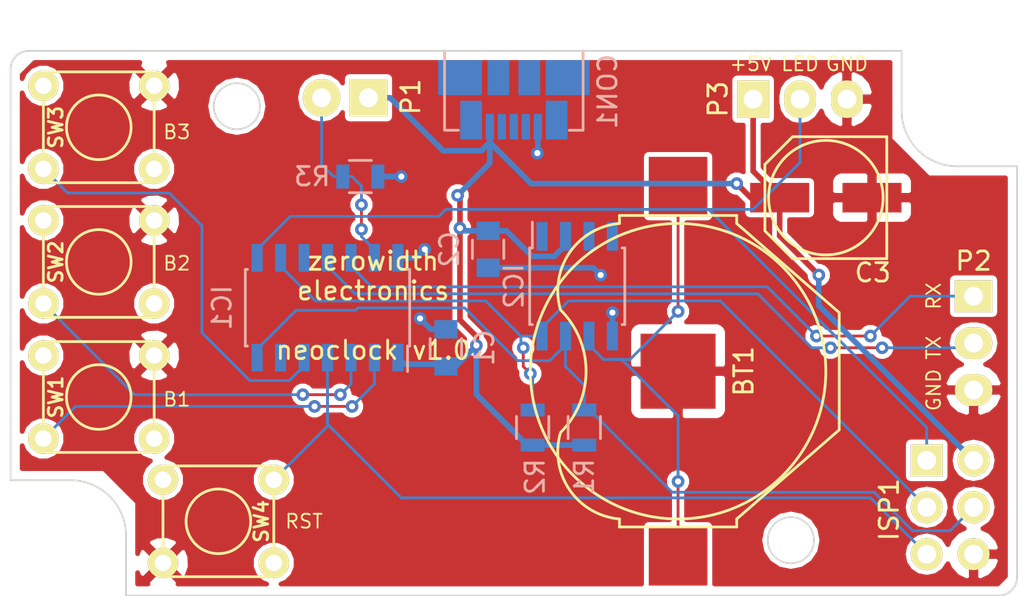
<source format=kicad_pcb>
(kicad_pcb (version 4) (host pcbnew "(2015-03-10 BZR 5502)-product")

  (general
    (links 43)
    (no_connects 0)
    (area 96.761885 97.0176 154.9784 129.550001)
    (thickness 1.6)
    (drawings 25)
    (tracks 193)
    (zones 0)
    (modules 18)
    (nets 30)
  )

  (page A4)
  (layers
    (0 F.Cu signal)
    (31 B.Cu signal)
    (32 B.Adhes user)
    (33 F.Adhes user)
    (34 B.Paste user)
    (35 F.Paste user)
    (36 B.SilkS user)
    (37 F.SilkS user)
    (38 B.Mask user)
    (39 F.Mask user)
    (40 Dwgs.User user)
    (41 Cmts.User user)
    (42 Eco1.User user)
    (43 Eco2.User user)
    (44 Edge.Cuts user)
    (45 Margin user)
    (46 B.CrtYd user)
    (47 F.CrtYd user)
    (48 B.Fab user)
    (49 F.Fab user)
  )

  (setup
    (last_trace_width 0.1524)
    (trace_clearance 0.1524)
    (zone_clearance 0.254)
    (zone_45_only no)
    (trace_min 0.1524)
    (segment_width 0.2)
    (edge_width 0.1)
    (via_size 0.6858)
    (via_drill 0.3302)
    (via_min_size 0.6858)
    (via_min_drill 0.3302)
    (uvia_size 0.508)
    (uvia_drill 0.127)
    (uvias_allowed no)
    (uvia_min_size 0.508)
    (uvia_min_drill 0.127)
    (pcb_text_width 0.3)
    (pcb_text_size 1.5 1.5)
    (mod_edge_width 0.15)
    (mod_text_size 1 1)
    (mod_text_width 0.15)
    (pad_size 1.5 1.5)
    (pad_drill 0.6)
    (pad_to_mask_clearance 0)
    (aux_axis_origin 82.55 117.475)
    (visible_elements FFFEFFFF)
    (pcbplotparams
      (layerselection 0x010f0_80000001)
      (usegerberextensions false)
      (excludeedgelayer true)
      (linewidth 0.100000)
      (plotframeref false)
      (viasonmask false)
      (mode 1)
      (useauxorigin false)
      (hpglpennumber 1)
      (hpglpenspeed 20)
      (hpglpendiameter 15)
      (hpglpenoverlay 2)
      (psnegative false)
      (psa4output false)
      (plotreference true)
      (plotvalue true)
      (plotinvisibletext false)
      (padsonsilk false)
      (subtractmaskfromsilk false)
      (outputformat 1)
      (mirror false)
      (drillshape 0)
      (scaleselection 1)
      (outputdirectory gerber/))
  )

  (net 0 "")
  (net 1 +5V)
  (net 2 GND)
  (net 3 "Net-(IC1-Pad6)")
  (net 4 "Net-(IC1-Pad10)")
  (net 5 /TX)
  (net 6 /RX)
  (net 7 "Net-(SW1-Pad2)")
  (net 8 "Net-(SW2-Pad2)")
  (net 9 "Net-(SW3-Pad2)")
  (net 10 "Net-(CON1-Pad2)")
  (net 11 "Net-(CON1-Pad4)")
  (net 12 "Net-(CON1-Pad3)")
  (net 13 "Net-(SW4-Pad2)")
  (net 14 "Net-(SW1-Pad3)")
  (net 15 "Net-(SW2-Pad3)")
  (net 16 "Net-(SW3-Pad3)")
  (net 17 "Net-(SW4-Pad3)")
  (net 18 /LEDS)
  (net 19 /SCK)
  (net 20 /MOSI)
  (net 21 /RST)
  (net 22 /BTN1)
  (net 23 /BTN2)
  (net 24 /BTN3)
  (net 25 /LIGHT)
  (net 26 /VBat)
  (net 27 "Net-(IC2-Pad4)")
  (net 28 "Net-(IC2-Pad3)")
  (net 29 "Net-(IC2-Pad1)")

  (net_class Default "This is the default net class."
    (clearance 0.1524)
    (trace_width 0.1524)
    (via_dia 0.6858)
    (via_drill 0.3302)
    (uvia_dia 0.508)
    (uvia_drill 0.127)
    (add_net /BTN1)
    (add_net /BTN2)
    (add_net /BTN3)
    (add_net /LEDS)
    (add_net /LIGHT)
    (add_net /MOSI)
    (add_net /RST)
    (add_net /RX)
    (add_net /SCK)
    (add_net /TX)
    (add_net /VBat)
    (add_net "Net-(CON1-Pad2)")
    (add_net "Net-(CON1-Pad3)")
    (add_net "Net-(CON1-Pad4)")
    (add_net "Net-(IC1-Pad10)")
    (add_net "Net-(IC1-Pad6)")
    (add_net "Net-(IC2-Pad1)")
    (add_net "Net-(IC2-Pad3)")
    (add_net "Net-(IC2-Pad4)")
    (add_net "Net-(SW1-Pad2)")
    (add_net "Net-(SW1-Pad3)")
    (add_net "Net-(SW2-Pad2)")
    (add_net "Net-(SW2-Pad3)")
    (add_net "Net-(SW3-Pad2)")
    (add_net "Net-(SW3-Pad3)")
    (add_net "Net-(SW4-Pad2)")
    (add_net "Net-(SW4-Pad3)")
  )

  (net_class POWER ""
    (clearance 0.1524)
    (trace_width 0.3048)
    (via_dia 0.6858)
    (via_drill 0.3302)
    (uvia_dia 0.508)
    (uvia_drill 0.127)
    (add_net +5V)
    (add_net GND)
  )

  (module Housings_SOIC:SOIC-8_3.9x4.9mm_Pitch1.27mm (layer B.Cu) (tedit 5507A851) (tstamp 5506547A)
    (at 130.683 112.745924 270)
    (descr "8-Lead Plastic Small Outline (SN) - Narrow, 3.90 mm Body [SOIC] (see Microchip Packaging Specification 00000049BS.pdf)")
    (tags "SOIC 1.27")
    (path /5502C512)
    (attr smd)
    (fp_text reference IC2 (at 0 3.429 270) (layer B.SilkS)
      (effects (font (size 1 1) (thickness 0.15)) (justify mirror))
    )
    (fp_text value DS3231MZ+ (at 0 -3.5 270) (layer B.Fab)
      (effects (font (size 1 1) (thickness 0.15)) (justify mirror))
    )
    (fp_line (start -3.75 2.75) (end -3.75 -2.75) (layer B.CrtYd) (width 0.05))
    (fp_line (start 3.75 2.75) (end 3.75 -2.75) (layer B.CrtYd) (width 0.05))
    (fp_line (start -3.75 2.75) (end 3.75 2.75) (layer B.CrtYd) (width 0.05))
    (fp_line (start -3.75 -2.75) (end 3.75 -2.75) (layer B.CrtYd) (width 0.05))
    (fp_line (start -2.075 2.575) (end -2.075 2.43) (layer B.SilkS) (width 0.15))
    (fp_line (start 2.075 2.575) (end 2.075 2.43) (layer B.SilkS) (width 0.15))
    (fp_line (start 2.075 -2.575) (end 2.075 -2.43) (layer B.SilkS) (width 0.15))
    (fp_line (start -2.075 -2.575) (end -2.075 -2.43) (layer B.SilkS) (width 0.15))
    (fp_line (start -2.075 2.575) (end 2.075 2.575) (layer B.SilkS) (width 0.15))
    (fp_line (start -2.075 -2.575) (end 2.075 -2.575) (layer B.SilkS) (width 0.15))
    (fp_line (start -2.075 2.43) (end -3.475 2.43) (layer B.SilkS) (width 0.15))
    (pad 1 smd rect (at -2.7 1.905 270) (size 1.55 0.6) (layers B.Cu B.Paste B.Mask)
      (net 29 "Net-(IC2-Pad1)"))
    (pad 2 smd rect (at -2.7 0.635 270) (size 1.55 0.6) (layers B.Cu B.Paste B.Mask)
      (net 1 +5V))
    (pad 3 smd rect (at -2.7 -0.635 270) (size 1.55 0.6) (layers B.Cu B.Paste B.Mask)
      (net 28 "Net-(IC2-Pad3)"))
    (pad 4 smd rect (at -2.7 -1.905 270) (size 1.55 0.6) (layers B.Cu B.Paste B.Mask)
      (net 27 "Net-(IC2-Pad4)"))
    (pad 5 smd rect (at 2.7 -1.905 270) (size 1.55 0.6) (layers B.Cu B.Paste B.Mask)
      (net 2 GND))
    (pad 6 smd rect (at 2.7 -0.635 270) (size 1.55 0.6) (layers B.Cu B.Paste B.Mask)
      (net 26 /VBat))
    (pad 7 smd rect (at 2.7 0.635 270) (size 1.55 0.6) (layers B.Cu B.Paste B.Mask)
      (net 20 /MOSI))
    (pad 8 smd rect (at 2.7 1.905 270) (size 1.55 0.6) (layers B.Cu B.Paste B.Mask)
      (net 19 /SCK))
    (model Housings_SOIC.3dshapes/SOIC-8_3.9x4.9mm_Pitch1.27mm.wrl
      (at (xyz 0 0 0))
      (scale (xyz 1 1 1))
      (rotate (xyz 0 0 0))
    )
  )

  (module Housings_SOIC:SOIC-14_3.9x8.7mm_Pitch1.27mm (layer B.Cu) (tedit 5505EF6B) (tstamp 5506650B)
    (at 117.16054 113.909558 90)
    (descr "14-Lead Plastic Small Outline (SL) - Narrow, 3.90 mm Body [SOIC] (see Microchip Packaging Specification 00000049BS.pdf)")
    (tags "SOIC 1.27")
    (path /550259AB)
    (attr smd)
    (fp_text reference IC1 (at 0 -5.715 90) (layer B.SilkS)
      (effects (font (size 1 1) (thickness 0.15)) (justify mirror))
    )
    (fp_text value ATTINY84-S (at 0 -5.375 90) (layer B.Fab)
      (effects (font (size 1 1) (thickness 0.15)) (justify mirror))
    )
    (fp_line (start -3.7 4.65) (end -3.7 -4.65) (layer B.CrtYd) (width 0.05))
    (fp_line (start 3.7 4.65) (end 3.7 -4.65) (layer B.CrtYd) (width 0.05))
    (fp_line (start -3.7 4.65) (end 3.7 4.65) (layer B.CrtYd) (width 0.05))
    (fp_line (start -3.7 -4.65) (end 3.7 -4.65) (layer B.CrtYd) (width 0.05))
    (fp_line (start -2.075 4.45) (end -2.075 4.335) (layer B.SilkS) (width 0.15))
    (fp_line (start 2.075 4.45) (end 2.075 4.335) (layer B.SilkS) (width 0.15))
    (fp_line (start 2.075 -4.45) (end 2.075 -4.335) (layer B.SilkS) (width 0.15))
    (fp_line (start -2.075 -4.45) (end -2.075 -4.335) (layer B.SilkS) (width 0.15))
    (fp_line (start -2.075 4.45) (end 2.075 4.45) (layer B.SilkS) (width 0.15))
    (fp_line (start -2.075 -4.45) (end 2.075 -4.45) (layer B.SilkS) (width 0.15))
    (fp_line (start -2.075 4.335) (end -3.45 4.335) (layer B.SilkS) (width 0.15))
    (pad 1 smd rect (at -2.7 3.81 90) (size 1.5 0.6) (layers B.Cu B.Paste B.Mask)
      (net 1 +5V))
    (pad 2 smd rect (at -2.7 2.54 90) (size 1.5 0.6) (layers B.Cu B.Paste B.Mask)
      (net 22 /BTN1))
    (pad 3 smd rect (at -2.7 1.27 90) (size 1.5 0.6) (layers B.Cu B.Paste B.Mask)
      (net 23 /BTN2))
    (pad 4 smd rect (at -2.7 0 90) (size 1.5 0.6) (layers B.Cu B.Paste B.Mask)
      (net 21 /RST))
    (pad 5 smd rect (at -2.7 -1.27 90) (size 1.5 0.6) (layers B.Cu B.Paste B.Mask)
      (net 24 /BTN3))
    (pad 6 smd rect (at -2.7 -2.54 90) (size 1.5 0.6) (layers B.Cu B.Paste B.Mask)
      (net 3 "Net-(IC1-Pad6)"))
    (pad 7 smd rect (at -2.7 -3.81 90) (size 1.5 0.6) (layers B.Cu B.Paste B.Mask)
      (net 20 /MOSI))
    (pad 8 smd rect (at 2.7 -3.81 90) (size 1.5 0.6) (layers B.Cu B.Paste B.Mask)
      (net 18 /LEDS))
    (pad 9 smd rect (at 2.7 -2.54 90) (size 1.5 0.6) (layers B.Cu B.Paste B.Mask)
      (net 19 /SCK))
    (pad 10 smd rect (at 2.7 -1.27 90) (size 1.5 0.6) (layers B.Cu B.Paste B.Mask)
      (net 4 "Net-(IC1-Pad10)"))
    (pad 11 smd rect (at 2.7 0 90) (size 1.5 0.6) (layers B.Cu B.Paste B.Mask)
      (net 5 /TX))
    (pad 12 smd rect (at 2.7 1.27 90) (size 1.5 0.6) (layers B.Cu B.Paste B.Mask)
      (net 6 /RX))
    (pad 13 smd rect (at 2.7 2.54 90) (size 1.5 0.6) (layers B.Cu B.Paste B.Mask)
      (net 25 /LIGHT))
    (pad 14 smd rect (at 2.7 3.81 90) (size 1.5 0.6) (layers B.Cu B.Paste B.Mask)
      (net 2 GND))
    (model Housings_SOIC.3dshapes/SOIC-14_3.9x8.7mm_Pitch1.27mm.wrl
      (at (xyz 0 0 0))
      (scale (xyz 1 1 1))
      (rotate (xyz 0 0 0))
    )
  )

  (module NeoClock:CP_Panasonic_SV_D (layer F.Cu) (tedit 5505EC1D) (tstamp 5507A1BE)
    (at 144.145 107.95)
    (path /55025B94)
    (fp_text reference C3 (at 2.54 4.064) (layer F.SilkS)
      (effects (font (size 1 1) (thickness 0.15)))
    )
    (fp_text value 100uF (at 0 4.2) (layer F.Fab)
      (effects (font (size 1 1) (thickness 0.15)))
    )
    (fp_line (start 3.3 3.3) (end -1.8 3.3) (layer F.SilkS) (width 0.15))
    (fp_line (start -1.8 -3.3) (end 3.3 -3.3) (layer F.SilkS) (width 0.15))
    (fp_line (start -3.3 -1.8) (end -3.3 1.8) (layer F.SilkS) (width 0.15))
    (fp_line (start -3.3 1.8) (end -1.8 3.3) (layer F.SilkS) (width 0.15))
    (fp_line (start -3.3 -1.8) (end -1.8 -3.3) (layer F.SilkS) (width 0.15))
    (fp_circle (center 0 0) (end 3.1 0) (layer F.SilkS) (width 0.15))
    (fp_line (start 3.3 -3.3) (end 3.3 3.3) (layer F.SilkS) (width 0.15))
    (pad 1 smd rect (at -2.5 0) (size 3.2 1.6) (layers F.Cu F.Paste F.Mask)
      (net 1 +5V))
    (pad 2 smd rect (at 2.5 0) (size 3.2 1.6) (layers F.Cu F.Paste F.Mask)
      (net 2 GND))
  )

  (module NeoClock:BTN_E_Switch_TL1105 (layer F.Cu) (tedit 5505E67C) (tstamp 5505EB4D)
    (at 104.775 118.745 90)
    (path /550340AB)
    (fp_text reference SW1 (at 0 -2.325 90) (layer F.SilkS)
      (effects (font (size 0.75 0.75) (thickness 0.15)))
    )
    (fp_text value "Button 1" (at 0 -4.5 90) (layer F.Fab)
      (effects (font (size 1 1) (thickness 0.15)))
    )
    (fp_circle (center 0 0) (end 1.75 0) (layer F.SilkS) (width 0.15))
    (fp_arc (start 2.75 2.75) (end 3 2.75) (angle 90) (layer F.SilkS) (width 0.15))
    (fp_arc (start -2.75 2.75) (end -2.75 3) (angle 90) (layer F.SilkS) (width 0.15))
    (fp_arc (start 2.75 -2.75) (end 2.75 -3) (angle 90) (layer F.SilkS) (width 0.15))
    (fp_arc (start -2.75 -2.75) (end -3 -2.75) (angle 90) (layer F.SilkS) (width 0.15))
    (fp_line (start -2.75 -3) (end 2.75 -3) (layer F.SilkS) (width 0.15))
    (fp_line (start 3 -2.75) (end 3 2.75) (layer F.SilkS) (width 0.15))
    (fp_line (start 2.75 3) (end -2.75 3) (layer F.SilkS) (width 0.15))
    (fp_line (start -3 2.75) (end -3 -2.75) (layer F.SilkS) (width 0.15))
    (pad 1 thru_hole circle (at -2.25 -3 90) (size 1.651 1.651) (drill 0.889) (layers *.Cu *.Mask F.SilkS)
      (net 22 /BTN1))
    (pad 2 thru_hole circle (at -2.25 3 90) (size 1.651 1.651) (drill 0.889) (layers *.Cu *.Mask F.SilkS)
      (net 7 "Net-(SW1-Pad2)"))
    (pad 3 thru_hole circle (at 2.25 -3 90) (size 1.651 1.651) (drill 0.889) (layers *.Cu *.Mask F.SilkS)
      (net 14 "Net-(SW1-Pad3)"))
    (pad 4 thru_hole circle (at 2.25 3 90) (size 1.651 1.651) (drill 0.889) (layers *.Cu *.Mask F.SilkS)
      (net 2 GND))
  )

  (module NeoClock:BTN_E_Switch_TL1105 (layer F.Cu) (tedit 5505E67C) (tstamp 5505EBA4)
    (at 104.775 111.43 90)
    (path /550340ED)
    (fp_text reference SW2 (at 0 -2.325 90) (layer F.SilkS)
      (effects (font (size 0.75 0.75) (thickness 0.15)))
    )
    (fp_text value "Button 2" (at 0 -4.5 90) (layer F.Fab)
      (effects (font (size 1 1) (thickness 0.15)))
    )
    (fp_circle (center 0 0) (end 1.75 0) (layer F.SilkS) (width 0.15))
    (fp_arc (start 2.75 2.75) (end 3 2.75) (angle 90) (layer F.SilkS) (width 0.15))
    (fp_arc (start -2.75 2.75) (end -2.75 3) (angle 90) (layer F.SilkS) (width 0.15))
    (fp_arc (start 2.75 -2.75) (end 2.75 -3) (angle 90) (layer F.SilkS) (width 0.15))
    (fp_arc (start -2.75 -2.75) (end -3 -2.75) (angle 90) (layer F.SilkS) (width 0.15))
    (fp_line (start -2.75 -3) (end 2.75 -3) (layer F.SilkS) (width 0.15))
    (fp_line (start 3 -2.75) (end 3 2.75) (layer F.SilkS) (width 0.15))
    (fp_line (start 2.75 3) (end -2.75 3) (layer F.SilkS) (width 0.15))
    (fp_line (start -3 2.75) (end -3 -2.75) (layer F.SilkS) (width 0.15))
    (pad 1 thru_hole circle (at -2.25 -3 90) (size 1.651 1.651) (drill 0.889) (layers *.Cu *.Mask F.SilkS)
      (net 23 /BTN2))
    (pad 2 thru_hole circle (at -2.25 3 90) (size 1.651 1.651) (drill 0.889) (layers *.Cu *.Mask F.SilkS)
      (net 8 "Net-(SW2-Pad2)"))
    (pad 3 thru_hole circle (at 2.25 -3 90) (size 1.651 1.651) (drill 0.889) (layers *.Cu *.Mask F.SilkS)
      (net 15 "Net-(SW2-Pad3)"))
    (pad 4 thru_hole circle (at 2.25 3 90) (size 1.651 1.651) (drill 0.889) (layers *.Cu *.Mask F.SilkS)
      (net 2 GND))
  )

  (module NeoClock:BTN_E_Switch_TL1105 (layer F.Cu) (tedit 5505E67C) (tstamp 55067540)
    (at 104.775 104.14 90)
    (path /55034141)
    (fp_text reference SW3 (at 0 -2.325 90) (layer F.SilkS)
      (effects (font (size 0.75 0.75) (thickness 0.15)))
    )
    (fp_text value "Button 3" (at 0 -4.5 90) (layer F.Fab)
      (effects (font (size 1 1) (thickness 0.15)))
    )
    (fp_circle (center 0 0) (end 1.75 0) (layer F.SilkS) (width 0.15))
    (fp_arc (start 2.75 2.75) (end 3 2.75) (angle 90) (layer F.SilkS) (width 0.15))
    (fp_arc (start -2.75 2.75) (end -2.75 3) (angle 90) (layer F.SilkS) (width 0.15))
    (fp_arc (start 2.75 -2.75) (end 2.75 -3) (angle 90) (layer F.SilkS) (width 0.15))
    (fp_arc (start -2.75 -2.75) (end -3 -2.75) (angle 90) (layer F.SilkS) (width 0.15))
    (fp_line (start -2.75 -3) (end 2.75 -3) (layer F.SilkS) (width 0.15))
    (fp_line (start 3 -2.75) (end 3 2.75) (layer F.SilkS) (width 0.15))
    (fp_line (start 2.75 3) (end -2.75 3) (layer F.SilkS) (width 0.15))
    (fp_line (start -3 2.75) (end -3 -2.75) (layer F.SilkS) (width 0.15))
    (pad 1 thru_hole circle (at -2.25 -3 90) (size 1.651 1.651) (drill 0.889) (layers *.Cu *.Mask F.SilkS)
      (net 24 /BTN3))
    (pad 2 thru_hole circle (at -2.25 3 90) (size 1.651 1.651) (drill 0.889) (layers *.Cu *.Mask F.SilkS)
      (net 9 "Net-(SW3-Pad2)"))
    (pad 3 thru_hole circle (at 2.25 -3 90) (size 1.651 1.651) (drill 0.889) (layers *.Cu *.Mask F.SilkS)
      (net 16 "Net-(SW3-Pad3)"))
    (pad 4 thru_hole circle (at 2.25 3 90) (size 1.651 1.651) (drill 0.889) (layers *.Cu *.Mask F.SilkS)
      (net 2 GND))
  )

  (module NeoClock:BTN_E_Switch_TL1105 (layer F.Cu) (tedit 5505E67C) (tstamp 5505EB07)
    (at 111.252 125.476 270)
    (path /5505E987)
    (fp_text reference SW4 (at 0 -2.325 270) (layer F.SilkS)
      (effects (font (size 0.75 0.75) (thickness 0.15)))
    )
    (fp_text value RESET (at 0 -4.5 270) (layer F.Fab)
      (effects (font (size 1 1) (thickness 0.15)))
    )
    (fp_circle (center 0 0) (end 1.75 0) (layer F.SilkS) (width 0.15))
    (fp_arc (start 2.75 2.75) (end 3 2.75) (angle 90) (layer F.SilkS) (width 0.15))
    (fp_arc (start -2.75 2.75) (end -2.75 3) (angle 90) (layer F.SilkS) (width 0.15))
    (fp_arc (start 2.75 -2.75) (end 2.75 -3) (angle 90) (layer F.SilkS) (width 0.15))
    (fp_arc (start -2.75 -2.75) (end -3 -2.75) (angle 90) (layer F.SilkS) (width 0.15))
    (fp_line (start -2.75 -3) (end 2.75 -3) (layer F.SilkS) (width 0.15))
    (fp_line (start 3 -2.75) (end 3 2.75) (layer F.SilkS) (width 0.15))
    (fp_line (start 2.75 3) (end -2.75 3) (layer F.SilkS) (width 0.15))
    (fp_line (start -3 2.75) (end -3 -2.75) (layer F.SilkS) (width 0.15))
    (pad 1 thru_hole circle (at -2.25 -3 270) (size 1.651 1.651) (drill 0.889) (layers *.Cu *.Mask F.SilkS)
      (net 21 /RST))
    (pad 2 thru_hole circle (at -2.25 3 270) (size 1.651 1.651) (drill 0.889) (layers *.Cu *.Mask F.SilkS)
      (net 13 "Net-(SW4-Pad2)"))
    (pad 3 thru_hole circle (at 2.25 -3 270) (size 1.651 1.651) (drill 0.889) (layers *.Cu *.Mask F.SilkS)
      (net 17 "Net-(SW4-Pad3)"))
    (pad 4 thru_hole circle (at 2.25 3 270) (size 1.651 1.651) (drill 0.889) (layers *.Cu *.Mask F.SilkS)
      (net 2 GND))
  )

  (module Capacitors_SMD:C_0805 (layer B.Cu) (tedit 5415D6EA) (tstamp 5507701E)
    (at 123.571 116.078 90)
    (descr "Capacitor SMD 0805, reflow soldering, AVX (see smccp.pdf)")
    (tags "capacitor 0805")
    (path /55035472)
    (attr smd)
    (fp_text reference C1 (at 0 2.1 90) (layer B.SilkS)
      (effects (font (size 1 1) (thickness 0.15)) (justify mirror))
    )
    (fp_text value 0.1uF (at 0 -2.1 90) (layer B.Fab)
      (effects (font (size 1 1) (thickness 0.15)) (justify mirror))
    )
    (fp_line (start -1.8 1) (end 1.8 1) (layer B.CrtYd) (width 0.05))
    (fp_line (start -1.8 -1) (end 1.8 -1) (layer B.CrtYd) (width 0.05))
    (fp_line (start -1.8 1) (end -1.8 -1) (layer B.CrtYd) (width 0.05))
    (fp_line (start 1.8 1) (end 1.8 -1) (layer B.CrtYd) (width 0.05))
    (fp_line (start 0.5 0.85) (end -0.5 0.85) (layer B.SilkS) (width 0.15))
    (fp_line (start -0.5 -0.85) (end 0.5 -0.85) (layer B.SilkS) (width 0.15))
    (pad 1 smd rect (at -1 0 90) (size 1 1.25) (layers B.Cu B.Paste B.Mask)
      (net 1 +5V))
    (pad 2 smd rect (at 1 0 90) (size 1 1.25) (layers B.Cu B.Paste B.Mask)
      (net 2 GND))
    (model Capacitors_SMD.3dshapes/C_0805.wrl
      (at (xyz 0 0 0))
      (scale (xyz 1 1 1))
      (rotate (xyz 0 0 0))
    )
  )

  (module Capacitors_SMD:C_0805 (layer B.Cu) (tedit 5415D6EA) (tstamp 55076FDC)
    (at 125.857 110.744 270)
    (descr "Capacitor SMD 0805, reflow soldering, AVX (see smccp.pdf)")
    (tags "capacitor 0805")
    (path /55025B22)
    (attr smd)
    (fp_text reference C2 (at 0 2.1 270) (layer B.SilkS)
      (effects (font (size 1 1) (thickness 0.15)) (justify mirror))
    )
    (fp_text value 0.1uF (at 0 -2.1 270) (layer B.Fab)
      (effects (font (size 1 1) (thickness 0.15)) (justify mirror))
    )
    (fp_line (start -1.8 1) (end 1.8 1) (layer B.CrtYd) (width 0.05))
    (fp_line (start -1.8 -1) (end 1.8 -1) (layer B.CrtYd) (width 0.05))
    (fp_line (start -1.8 1) (end -1.8 -1) (layer B.CrtYd) (width 0.05))
    (fp_line (start 1.8 1) (end 1.8 -1) (layer B.CrtYd) (width 0.05))
    (fp_line (start 0.5 0.85) (end -0.5 0.85) (layer B.SilkS) (width 0.15))
    (fp_line (start -0.5 -0.85) (end 0.5 -0.85) (layer B.SilkS) (width 0.15))
    (pad 1 smd rect (at -1 0 270) (size 1 1.25) (layers B.Cu B.Paste B.Mask)
      (net 1 +5V))
    (pad 2 smd rect (at 1 0 270) (size 1 1.25) (layers B.Cu B.Paste B.Mask)
      (net 2 GND))
    (model Capacitors_SMD.3dshapes/C_0805.wrl
      (at (xyz 0 0 0))
      (scale (xyz 1 1 1))
      (rotate (xyz 0 0 0))
    )
  )

  (module Resistors_SMD:R_0805 (layer B.Cu) (tedit 5415CDEB) (tstamp 5507A573)
    (at 131.064 120.396 90)
    (descr "Resistor SMD 0805, reflow soldering, Vishay (see dcrcw.pdf)")
    (tags "resistor 0805")
    (path /5502757F)
    (attr smd)
    (fp_text reference R1 (at -2.667 0 90) (layer B.SilkS)
      (effects (font (size 1 1) (thickness 0.15)) (justify mirror))
    )
    (fp_text value 4.7k (at 0 -2.1 90) (layer B.Fab)
      (effects (font (size 1 1) (thickness 0.15)) (justify mirror))
    )
    (fp_line (start -1.6 1) (end 1.6 1) (layer B.CrtYd) (width 0.05))
    (fp_line (start -1.6 -1) (end 1.6 -1) (layer B.CrtYd) (width 0.05))
    (fp_line (start -1.6 1) (end -1.6 -1) (layer B.CrtYd) (width 0.05))
    (fp_line (start 1.6 1) (end 1.6 -1) (layer B.CrtYd) (width 0.05))
    (fp_line (start 0.6 -0.875) (end -0.6 -0.875) (layer B.SilkS) (width 0.15))
    (fp_line (start -0.6 0.875) (end 0.6 0.875) (layer B.SilkS) (width 0.15))
    (pad 1 smd rect (at -0.95 0 90) (size 0.7 1.3) (layers B.Cu B.Paste B.Mask)
      (net 1 +5V))
    (pad 2 smd rect (at 0.95 0 90) (size 0.7 1.3) (layers B.Cu B.Paste B.Mask)
      (net 20 /MOSI))
    (model Resistors_SMD.3dshapes/R_0805.wrl
      (at (xyz 0 0 0))
      (scale (xyz 1 1 1))
      (rotate (xyz 0 0 0))
    )
  )

  (module Resistors_SMD:R_0805 (layer B.Cu) (tedit 5415CDEB) (tstamp 5506680C)
    (at 128.27 120.396 90)
    (descr "Resistor SMD 0805, reflow soldering, Vishay (see dcrcw.pdf)")
    (tags "resistor 0805")
    (path /550275CE)
    (attr smd)
    (fp_text reference R2 (at -2.667 0.127 90) (layer B.SilkS)
      (effects (font (size 1 1) (thickness 0.15)) (justify mirror))
    )
    (fp_text value 4.7k (at 0 -2.1 90) (layer B.Fab)
      (effects (font (size 1 1) (thickness 0.15)) (justify mirror))
    )
    (fp_line (start -1.6 1) (end 1.6 1) (layer B.CrtYd) (width 0.05))
    (fp_line (start -1.6 -1) (end 1.6 -1) (layer B.CrtYd) (width 0.05))
    (fp_line (start -1.6 1) (end -1.6 -1) (layer B.CrtYd) (width 0.05))
    (fp_line (start 1.6 1) (end 1.6 -1) (layer B.CrtYd) (width 0.05))
    (fp_line (start 0.6 -0.875) (end -0.6 -0.875) (layer B.SilkS) (width 0.15))
    (fp_line (start -0.6 0.875) (end 0.6 0.875) (layer B.SilkS) (width 0.15))
    (pad 1 smd rect (at -0.95 0 90) (size 0.7 1.3) (layers B.Cu B.Paste B.Mask)
      (net 1 +5V))
    (pad 2 smd rect (at 0.95 0 90) (size 0.7 1.3) (layers B.Cu B.Paste B.Mask)
      (net 19 /SCK))
    (model Resistors_SMD.3dshapes/R_0805.wrl
      (at (xyz 0 0 0))
      (scale (xyz 1 1 1))
      (rotate (xyz 0 0 0))
    )
  )

  (module Resistors_SMD:R_0805 (layer B.Cu) (tedit 5415CDEB) (tstamp 55079DDC)
    (at 118.938 106.807)
    (descr "Resistor SMD 0805, reflow soldering, Vishay (see dcrcw.pdf)")
    (tags "resistor 0805")
    (path /55027B26)
    (attr smd)
    (fp_text reference R3 (at -2.606 0) (layer B.SilkS)
      (effects (font (size 1 1) (thickness 0.15)) (justify mirror))
    )
    (fp_text value 4.7k (at 0 -2.1) (layer B.Fab)
      (effects (font (size 1 1) (thickness 0.15)) (justify mirror))
    )
    (fp_line (start -1.6 1) (end 1.6 1) (layer B.CrtYd) (width 0.05))
    (fp_line (start -1.6 -1) (end 1.6 -1) (layer B.CrtYd) (width 0.05))
    (fp_line (start -1.6 1) (end -1.6 -1) (layer B.CrtYd) (width 0.05))
    (fp_line (start 1.6 1) (end 1.6 -1) (layer B.CrtYd) (width 0.05))
    (fp_line (start 0.6 -0.875) (end -0.6 -0.875) (layer B.SilkS) (width 0.15))
    (fp_line (start -0.6 0.875) (end 0.6 0.875) (layer B.SilkS) (width 0.15))
    (pad 1 smd rect (at -0.95 0) (size 0.7 1.3) (layers B.Cu B.Paste B.Mask)
      (net 25 /LIGHT))
    (pad 2 smd rect (at 0.95 0) (size 0.7 1.3) (layers B.Cu B.Paste B.Mask)
      (net 2 GND))
    (model Resistors_SMD.3dshapes/R_0805.wrl
      (at (xyz 0 0 0))
      (scale (xyz 1 1 1))
      (rotate (xyz 0 0 0))
    )
  )

  (module NeoClock:BAT_Keystone_3012TR_16mm (layer F.Cu) (tedit 5506F916) (tstamp 5506E064)
    (at 136.144 117.348 90)
    (path /55026F7F)
    (fp_text reference BT1 (at 0 3.556 90) (layer F.SilkS)
      (effects (font (size 1 1) (thickness 0.15)))
    )
    (fp_text value CR1632 (at 0 -3.81 90) (layer F.Fab)
      (effects (font (size 1 1) (thickness 0.15)))
    )
    (fp_arc (start 0 -9.652) (end 3.302 -6.35) (angle 90) (layer F.SilkS) (width 0.15))
    (fp_arc (start 4.3561 -2.8575) (end 7.99973 -3.175) (angle -101) (layer F.SilkS) (width 0.15))
    (fp_line (start 7.999984 3.175) (end 3.175 8.7249) (layer F.SilkS) (width 0.15))
    (fp_line (start 8.4328 -3.175) (end 8.4328 3.175) (layer F.SilkS) (width 0.15))
    (fp_line (start -3.175 8.7249) (end 3.175 8.7249) (layer F.SilkS) (width 0.15))
    (fp_circle (center 0 0) (end 8 0) (layer F.SilkS) (width 0.15))
    (fp_line (start 8.4328 3.175) (end 8.000009 3.175) (layer F.SilkS) (width 0.15))
    (fp_line (start -8.4328 -3.175) (end -8.4328 3.175) (layer F.SilkS) (width 0.15))
    (fp_line (start 8.4328 -3.175) (end 8.000009 -3.175) (layer F.SilkS) (width 0.15))
    (fp_line (start -8.4328 -3.175) (end -8.000009 -3.175) (layer F.SilkS) (width 0.15))
    (fp_line (start -8.4328 3.175) (end -8.000009 3.175) (layer F.SilkS) (width 0.15))
    (fp_line (start -7.999984 3.175) (end -3.175 8.7249) (layer F.SilkS) (width 0.15))
    (fp_arc (start -4.3561 -2.8575) (end -7.99973 -3.175) (angle 101) (layer F.SilkS) (width 0.15))
    (pad 1 smd rect (at 10.0203 0 90) (size 3.175 3.175) (layers F.Cu F.Paste F.Mask)
      (net 26 /VBat))
    (pad 2 smd rect (at 0 0 90) (size 4.064 4.064) (layers F.Cu F.Paste F.Mask)
      (net 2 GND))
    (pad 1 smd rect (at -10.0203 0 90) (size 3.175 3.175) (layers F.Cu F.Paste F.Mask)
      (net 26 /VBat))
  )

  (module NeoClock:Pin_Header_Straight_2x03_Plain (layer F.Cu) (tedit 5507A8AC) (tstamp 5507A9FE)
    (at 149.606 122.174)
    (descr "Through hole pin header")
    (tags "pin header")
    (path /55025C64)
    (fp_text reference ISP1 (at -2.032 2.667 90) (layer F.SilkS)
      (effects (font (size 1 1) (thickness 0.15)))
    )
    (fp_text value AVR-ISP-6 (at 4.445 2.54 90) (layer F.Fab)
      (effects (font (size 1 1) (thickness 0.15)))
    )
    (fp_line (start -1.75 -1.75) (end -1.75 6.85) (layer F.CrtYd) (width 0.05))
    (fp_line (start 4.3 -1.75) (end 4.3 6.85) (layer F.CrtYd) (width 0.05))
    (fp_line (start -1.75 -1.75) (end 4.3 -1.75) (layer F.CrtYd) (width 0.05))
    (fp_line (start -1.75 6.85) (end 4.3 6.85) (layer F.CrtYd) (width 0.05))
    (pad 1 thru_hole rect (at 0 0) (size 1.7272 1.7272) (drill 1.016) (layers *.Cu *.Mask F.SilkS)
      (net 18 /LEDS))
    (pad 2 thru_hole oval (at 2.54 0) (size 1.7272 1.7272) (drill 1.016) (layers *.Cu *.Mask F.SilkS)
      (net 1 +5V))
    (pad 3 thru_hole oval (at 0 2.54) (size 1.7272 1.7272) (drill 1.016) (layers *.Cu *.Mask F.SilkS)
      (net 19 /SCK))
    (pad 4 thru_hole oval (at 2.54 2.54) (size 1.7272 1.7272) (drill 1.016) (layers *.Cu *.Mask F.SilkS)
      (net 20 /MOSI))
    (pad 5 thru_hole oval (at 0 5.08) (size 1.7272 1.7272) (drill 1.016) (layers *.Cu *.Mask F.SilkS)
      (net 21 /RST))
    (pad 6 thru_hole oval (at 2.54 5.08) (size 1.7272 1.7272) (drill 1.016) (layers *.Cu *.Mask F.SilkS)
      (net 2 GND))
    (model Pin_Headers.3dshapes/Pin_Header_Straight_2x03.wrl
      (at (xyz 0.05 -0.1 0))
      (scale (xyz 1 1 1))
      (rotate (xyz 0 0 90))
    )
  )

  (module NeoClock:Pin_Header_Straight_1x02_Plain (layer F.Cu) (tedit 5507A698) (tstamp 5507A7D1)
    (at 119.38 102.54 270)
    (descr "Through hole pin header")
    (tags "pin header")
    (path /55025CBE)
    (fp_text reference P1 (at -0.051 -2.286 450) (layer F.SilkS)
      (effects (font (size 1 1) (thickness 0.15)))
    )
    (fp_text value Photoresistor (at 3.175 1.27 360) (layer F.Fab)
      (effects (font (size 1 1) (thickness 0.15)))
    )
    (fp_line (start -1.75 -1.75) (end -1.75 4.3) (layer F.CrtYd) (width 0.05))
    (fp_line (start 1.75 -1.75) (end 1.75 4.3) (layer F.CrtYd) (width 0.05))
    (fp_line (start -1.75 -1.75) (end 1.75 -1.75) (layer F.CrtYd) (width 0.05))
    (fp_line (start -1.75 4.3) (end 1.75 4.3) (layer F.CrtYd) (width 0.05))
    (pad 1 thru_hole rect (at 0 0 270) (size 2.032 2.032) (drill 1.016) (layers *.Cu *.Mask F.SilkS)
      (net 1 +5V))
    (pad 2 thru_hole oval (at 0 2.54 270) (size 2.032 2.032) (drill 1.016) (layers *.Cu *.Mask F.SilkS)
      (net 25 /LIGHT))
    (model Pin_Headers.3dshapes/Pin_Header_Straight_1x02.wrl
      (at (xyz 0 -0.05 0))
      (scale (xyz 1 1 1))
      (rotate (xyz 0 0 90))
    )
  )

  (module NeoClock:Pin_Header_Straight_1x03_Plain (layer F.Cu) (tedit 5507A5E1) (tstamp 5507A8A0)
    (at 152.146 113.284)
    (descr "Through hole pin header")
    (tags "pin header")
    (path /5502697E)
    (fp_text reference P2 (at 0 -1.905 180) (layer F.SilkS)
      (effects (font (size 1 1) (thickness 0.15)))
    )
    (fp_text value Serial (at 1.905 3.175 90) (layer F.Fab)
      (effects (font (size 1 1) (thickness 0.15)))
    )
    (fp_line (start -1.75 -1.75) (end -1.75 6.85) (layer F.CrtYd) (width 0.05))
    (fp_line (start 1.75 -1.75) (end 1.75 6.85) (layer F.CrtYd) (width 0.05))
    (fp_line (start -1.75 -1.75) (end 1.75 -1.75) (layer F.CrtYd) (width 0.05))
    (fp_line (start -1.75 6.85) (end 1.75 6.85) (layer F.CrtYd) (width 0.05))
    (pad 1 thru_hole rect (at 0 0) (size 2.032 1.7272) (drill 1.016) (layers *.Cu *.Mask F.SilkS)
      (net 6 /RX))
    (pad 2 thru_hole oval (at 0 2.54) (size 2.032 1.7272) (drill 1.016) (layers *.Cu *.Mask F.SilkS)
      (net 5 /TX))
    (pad 3 thru_hole oval (at 0 5.08) (size 2.032 1.7272) (drill 1.016) (layers *.Cu *.Mask F.SilkS)
      (net 2 GND))
    (model Pin_Headers.3dshapes/Pin_Header_Straight_1x03.wrl
      (at (xyz 0 -0.1 0))
      (scale (xyz 1 1 1))
      (rotate (xyz 0 0 90))
    )
  )

  (module NeoClock:Pin_Header_Straight_1x03_Plain (layer F.Cu) (tedit 5507A5E1) (tstamp 5507A7E4)
    (at 140.208 102.616 90)
    (descr "Through hole pin header")
    (tags "pin header")
    (path /55026426)
    (fp_text reference P3 (at 0 -1.905 270) (layer F.SilkS)
      (effects (font (size 1 1) (thickness 0.15)))
    )
    (fp_text value "NeoPixel Ring" (at 1.905 3.175 180) (layer F.Fab)
      (effects (font (size 1 1) (thickness 0.15)))
    )
    (fp_line (start -1.75 -1.75) (end -1.75 6.85) (layer F.CrtYd) (width 0.05))
    (fp_line (start 1.75 -1.75) (end 1.75 6.85) (layer F.CrtYd) (width 0.05))
    (fp_line (start -1.75 -1.75) (end 1.75 -1.75) (layer F.CrtYd) (width 0.05))
    (fp_line (start -1.75 6.85) (end 1.75 6.85) (layer F.CrtYd) (width 0.05))
    (pad 1 thru_hole rect (at 0 0 90) (size 2.032 1.7272) (drill 1.016) (layers *.Cu *.Mask F.SilkS)
      (net 1 +5V))
    (pad 2 thru_hole oval (at 0 2.54 90) (size 2.032 1.7272) (drill 1.016) (layers *.Cu *.Mask F.SilkS)
      (net 18 /LEDS))
    (pad 3 thru_hole oval (at 0 5.08 90) (size 2.032 1.7272) (drill 1.016) (layers *.Cu *.Mask F.SilkS)
      (net 2 GND))
    (model Pin_Headers.3dshapes/Pin_Header_Straight_1x03.wrl
      (at (xyz 0 -0.1 0))
      (scale (xyz 1 1 1))
      (rotate (xyz 0 0 90))
    )
  )

  (module NeoClock:CONN_Molex_USB_Micro_SMT locked (layer B.Cu) (tedit 5507B278) (tstamp 5507A85E)
    (at 127.25 100 270)
    (path /550520FD)
    (fp_text reference CON1 (at 2.2 -5.08 270) (layer B.SilkS)
      (effects (font (size 1 1) (thickness 0.15)) (justify mirror))
    )
    (fp_text value USB-MICRO-B (at -1.905 -0.055 360) (layer B.Fab)
      (effects (font (size 1 1) (thickness 0.15)) (justify mirror))
    )
    (fp_line (start 0 -3.75) (end -0.7 -3.75) (layer Dwgs.User) (width 0.15))
    (fp_line (start -0.7 3.75) (end 0 3.75) (layer Dwgs.User) (width 0.15))
    (fp_line (start -0.7 3.75) (end -0.7 -3.75) (layer Dwgs.User) (width 0.15))
    (fp_line (start 0 -3.75) (end 0 3.75) (layer Dwgs.User) (width 0.15))
    (fp_line (start 4.3 -3.7) (end 4.3 -3) (layer B.SilkS) (width 0.15))
    (fp_line (start 0 3.75) (end 4.3 3.75) (layer B.SilkS) (width 0.15))
    (fp_line (start 0 -3.75) (end 4.3 -3.75) (layer B.SilkS) (width 0.15))
    (fp_line (start 4.3 3.7) (end 4.3 3) (layer B.SilkS) (width 0.15))
    (pad SH1 connect rect (at 1.45 2.9125 270) (size 1.9 2.375) (layers B.Cu B.Mask))
    (pad SH2 connect rect (at 1.45 -2.9125 270) (size 1.9 2.375) (layers B.Cu B.Mask))
    (pad SH3 connect rect (at 1.45 0.8375 270) (size 1.9 1.175) (layers B.Cu B.Mask))
    (pad SH4 connect rect (at 1.45 -0.8375 270) (size 1.9 1.175) (layers B.Cu B.Mask))
    (pad SH5 connect rect (at 3.75 2.3125 270) (size 2.1 1.175) (layers B.Cu B.Mask))
    (pad SH6 connect rect (at 3.75 -2.3125 270) (size 2.1 1.175) (layers B.Cu B.Mask))
    (pad 5 smd rect (at 4.11 -1.3 270) (size 1.38 0.45) (layers B.Cu B.Paste B.Mask)
      (net 2 GND))
    (pad 2 smd rect (at 4.11 0.65 270) (size 1.38 0.45) (layers B.Cu B.Paste B.Mask)
      (net 10 "Net-(CON1-Pad2)"))
    (pad 4 smd rect (at 4.11 -0.65 270) (size 1.38 0.45) (layers B.Cu B.Paste B.Mask)
      (net 11 "Net-(CON1-Pad4)"))
    (pad 3 smd rect (at 4.11 0 270) (size 1.38 0.45) (layers B.Cu B.Paste B.Mask)
      (net 12 "Net-(CON1-Pad3)"))
    (pad 1 smd rect (at 4.11 1.3 270) (size 1.38 0.45) (layers B.Cu B.Paste B.Mask)
      (net 1 +5V))
  )

  (gr_text +5V (at 140.081 100.711 360) (layer F.SilkS) (tstamp 5507A460)
    (effects (font (size 0.75 0.75) (thickness 0.1)))
  )
  (gr_text GND (at 145.288 100.711) (layer F.SilkS) (tstamp 5507A458)
    (effects (font (size 0.75 0.75) (thickness 0.1)))
  )
  (gr_text LED (at 142.748 100.711) (layer F.SilkS) (tstamp 5507A18B)
    (effects (font (size 0.75 0.75) (thickness 0.1)))
  )
  (gr_text RST (at 114.808 125.476) (layer F.SilkS) (tstamp 5507A16A)
    (effects (font (size 0.75 0.75) (thickness 0.1)) (justify left))
  )
  (gr_text B3 (at 108.204 104.394) (layer F.SilkS) (tstamp 5507A13D)
    (effects (font (size 0.75 0.75) (thickness 0.1)) (justify left))
  )
  (gr_text B1 (at 108.204 118.872) (layer F.SilkS) (tstamp 5507A129)
    (effects (font (size 0.75 0.75) (thickness 0.1)) (justify left))
  )
  (gr_text GND (at 149.987 118.364 90) (layer F.SilkS) (tstamp 5507A11C)
    (effects (font (size 0.75 0.75) (thickness 0.1)))
  )
  (gr_text TX (at 149.987 116.078 90) (layer F.SilkS) (tstamp 5507A119)
    (effects (font (size 0.75 0.75) (thickness 0.1)))
  )
  (gr_text B2 (at 108.204 111.506) (layer F.SilkS) (tstamp 5507A01C)
    (effects (font (size 0.75 0.75) (thickness 0.1)) (justify left))
  )
  (gr_text RX (at 149.987 113.284 90) (layer F.SilkS) (tstamp 5507A0FC)
    (effects (font (size 0.75 0.75) (thickness 0.1)))
  )
  (gr_text "zerowidth\nelectronics\n\nneoclock v1.0" (at 119.634 113.792) (layer F.SilkS) (tstamp 55067240)
    (effects (font (size 1 1) (thickness 0.15)))
  )
  (gr_circle (center 142.25 126.5) (end 143.5 126.5) (layer Edge.Cuts) (width 0.1))
  (gr_circle (center 112.25 103) (end 113.5 103) (layer Edge.Cuts) (width 0.1))
  (gr_arc (start 153.5 128.5) (end 154.5 128.5) (angle 90) (layer Edge.Cuts) (width 0.1))
  (gr_arc (start 103.25 126.25) (end 103.25 123.25) (angle 90) (layer Edge.Cuts) (width 0.1))
  (gr_line (start 106.25 129.5) (end 106.25 126.25) (layer Edge.Cuts) (width 0.1))
  (gr_line (start 153.5 129.5) (end 106.25 129.5) (layer Edge.Cuts) (width 0.1))
  (gr_line (start 154.5 106.25) (end 154.5 128.5) (layer Edge.Cuts) (width 0.1))
  (gr_line (start 151.25 106.25) (end 154.5 106.25) (layer Edge.Cuts) (width 0.1))
  (gr_arc (start 151.25 103.25) (end 151.25 106.25) (angle 90) (layer Edge.Cuts) (width 0.1))
  (gr_line (start 148.25 100) (end 148.25 103.25) (layer Edge.Cuts) (width 0.1))
  (gr_line (start 100 123.25) (end 103.25 123.25) (layer Edge.Cuts) (width 0.1))
  (gr_line (start 100 101) (end 100 123.25) (layer Edge.Cuts) (width 0.1))
  (gr_arc (start 101 101) (end 100 101) (angle 90) (layer Edge.Cuts) (width 0.1))
  (gr_line (start 101 100) (end 148.25 100) (layer Edge.Cuts) (width 0.1))

  (segment (start 128.1856 107.188) (end 139.319 107.188) (width 0.3048) (layer B.Cu) (net 1))
  (segment (start 129.322566 111.125) (end 129.32329 111.125724) (width 0.3048) (layer B.Cu) (net 1))
  (segment (start 129.32329 111.125724) (end 129.4432 111.125724) (width 0.3048) (layer B.Cu) (net 1))
  (segment (start 129.4432 111.125724) (end 130.048 110.520924) (width 0.3048) (layer B.Cu) (net 1))
  (segment (start 130.048 110.520924) (end 130.048 110.045924) (width 0.3048) (layer B.Cu) (net 1))
  (segment (start 125.222 118.598) (end 125.222 115.951) (width 0.3048) (layer B.Cu) (net 1))
  (segment (start 120.97054 116.609558) (end 121.327982 116.967) (width 0.3048) (layer B.Cu) (net 1))
  (segment (start 121.327982 116.967) (end 123.46 116.967) (width 0.3048) (layer B.Cu) (net 1))
  (segment (start 123.46 116.967) (end 123.571 117.078) (width 0.3048) (layer B.Cu) (net 1))
  (segment (start 123.571 117.078) (end 124.095 117.078) (width 0.3048) (layer B.Cu) (net 1))
  (segment (start 124.095 117.078) (end 125.222 115.951) (width 0.3048) (layer B.Cu) (net 1))
  (segment (start 124.333 109.601) (end 124.333 114.577067) (width 0.3048) (layer F.Cu) (net 1))
  (segment (start 124.333 114.577067) (end 125.222 115.466067) (width 0.3048) (layer F.Cu) (net 1))
  (segment (start 125.222 115.466067) (end 125.222 115.951) (width 0.3048) (layer F.Cu) (net 1))
  (segment (start 127.97 121.346) (end 125.222 118.598) (width 0.3048) (layer B.Cu) (net 1) (status 10))
  (segment (start 128.27 121.346) (end 127.97 121.346) (width 0.3048) (layer B.Cu) (net 1) (status 30))
  (via (at 125.222 115.951) (size 0.6858) (drill 0.3302) (layers F.Cu B.Cu) (net 1))
  (segment (start 123.571 117.094) (end 123.317 116.84) (width 0.3048) (layer B.Cu) (net 1) (status 30))
  (segment (start 123.571 117.078) (end 123.571 117.094) (width 0.3048) (layer B.Cu) (net 1) (status 30))
  (segment (start 125.857 109.744) (end 124.476 109.744) (width 0.3048) (layer B.Cu) (net 1) (status 10))
  (segment (start 124.476 109.744) (end 124.333 109.601) (width 0.3048) (layer B.Cu) (net 1))
  (segment (start 126.852434 109.744) (end 125.857 109.744) (width 0.3048) (layer B.Cu) (net 1) (status 20))
  (segment (start 141.645 107.95) (end 140.081 107.95) (width 0.3048) (layer F.Cu) (net 1) (status 30))
  (segment (start 140.081 107.95) (end 139.319 107.188) (width 0.3048) (layer F.Cu) (net 1) (status 10))
  (segment (start 125.95 104.9524) (end 128.1856 107.188) (width 0.3048) (layer B.Cu) (net 1))
  (via (at 139.319 107.188) (size 0.6858) (drill 0.3302) (layers F.Cu B.Cu) (net 1))
  (segment (start 143.763998 113.791998) (end 143.763998 112.141) (width 0.3048) (layer B.Cu) (net 1))
  (segment (start 152.146 122.174) (end 143.763998 113.791998) (width 0.3048) (layer B.Cu) (net 1) (status 10))
  (segment (start 141.645 110.022002) (end 143.763998 112.141) (width 0.3048) (layer F.Cu) (net 1))
  (segment (start 141.645 107.95) (end 141.645 110.022002) (width 0.3048) (layer F.Cu) (net 1) (status 10))
  (via (at 143.763998 112.141) (size 0.6858) (drill 0.3302) (layers F.Cu B.Cu) (net 1))
  (segment (start 140.208 102.616) (end 140.208 106.513) (width 0.3048) (layer F.Cu) (net 1) (status 10))
  (segment (start 140.208 106.513) (end 141.645 107.95) (width 0.3048) (layer F.Cu) (net 1) (status 20))
  (segment (start 124.333 107.95) (end 124.206 107.823) (width 0.3048) (layer F.Cu) (net 1))
  (segment (start 124.333 109.601) (end 124.333 107.95) (width 0.3048) (layer F.Cu) (net 1))
  (segment (start 125.95 106.079) (end 124.206 107.823) (width 0.3048) (layer B.Cu) (net 1))
  (segment (start 125.95 104.11) (end 125.95 106.079) (width 0.3048) (layer B.Cu) (net 1) (status 10))
  (via (at 124.206 107.823) (size 0.6858) (drill 0.3302) (layers F.Cu B.Cu) (net 1))
  (segment (start 126.852434 109.744) (end 128.234159 111.125725) (width 0.3048) (layer B.Cu) (net 1))
  (segment (start 128.234159 111.125725) (end 129.321841 111.125725) (width 0.3048) (layer B.Cu) (net 1))
  (segment (start 129.321841 111.125725) (end 129.322566 111.125) (width 0.3048) (layer B.Cu) (net 1))
  (segment (start 129.322566 111.125) (end 129.443924 111.125) (width 0.3048) (layer B.Cu) (net 1))
  (segment (start 119.38 102.54) (end 120.5484 102.54) (width 0.3048) (layer B.Cu) (net 1) (status 10))
  (segment (start 120.5484 102.54) (end 123.4184 105.41) (width 0.3048) (layer B.Cu) (net 1))
  (segment (start 123.4184 105.41) (end 125.4924 105.41) (width 0.3048) (layer B.Cu) (net 1))
  (segment (start 125.95 104.9524) (end 125.4924 105.41) (width 0.3048) (layer B.Cu) (net 1))
  (segment (start 125.95 104.11) (end 125.95 104.9524) (width 0.3048) (layer B.Cu) (net 1) (status 10))
  (segment (start 128.27 121.346) (end 131.064 121.346) (width 0.3048) (layer B.Cu) (net 1) (status 30))
  (segment (start 119.06 102.86) (end 119.38 102.54) (width 0.3048) (layer F.Cu) (net 1) (status 30))
  (via (at 124.333 109.601) (size 0.6858) (drill 0.3302) (layers F.Cu B.Cu) (net 1))
  (segment (start 120.97054 111.209558) (end 121.962442 111.209558) (width 0.3048) (layer B.Cu) (net 2))
  (segment (start 121.962442 111.209558) (end 122.428 110.744) (width 0.3048) (layer B.Cu) (net 2))
  (via (at 122.428 110.744) (size 0.6858) (drill 0.3302) (layers F.Cu B.Cu) (net 2))
  (segment (start 119.888 106.807) (end 121.158 106.807) (width 0.3048) (layer B.Cu) (net 2))
  (via (at 121.158 106.807) (size 0.6858) (drill 0.3302) (layers F.Cu B.Cu) (net 2))
  (segment (start 131.610101 111.798101) (end 131.953 112.141) (width 0.3048) (layer B.Cu) (net 2))
  (segment (start 131.556 111.744) (end 131.610101 111.798101) (width 0.3048) (layer B.Cu) (net 2))
  (segment (start 125.857 111.744) (end 131.556 111.744) (width 0.3048) (layer B.Cu) (net 2))
  (via (at 131.953 112.141) (size 0.6858) (drill 0.3302) (layers F.Cu B.Cu) (net 2))
  (segment (start 123.571 115.078) (end 122.76149 115.078) (width 0.3048) (layer B.Cu) (net 2))
  (segment (start 122.76149 115.078) (end 122.174 114.49051) (width 0.3048) (layer B.Cu) (net 2))
  (via (at 122.174 114.49051) (size 0.6858) (drill 0.3302) (layers F.Cu B.Cu) (net 2))
  (segment (start 128.55 104.11) (end 128.55 105.511) (width 0.3048) (layer B.Cu) (net 2))
  (segment (start 128.55 105.511) (end 128.524 105.537) (width 0.3048) (layer B.Cu) (net 2))
  (via (at 128.524 105.537) (size 0.6858) (drill 0.3302) (layers F.Cu B.Cu) (net 2))
  (segment (start 132.588 115.445924) (end 132.588 114.173) (width 0.3048) (layer B.Cu) (net 2))
  (via (at 132.588 114.173) (size 0.6858) (drill 0.3302) (layers F.Cu B.Cu) (net 2))
  (segment (start 117.16054 111.209558) (end 117.16054 111.659558) (width 0.1524) (layer B.Cu) (net 5) (status 30))
  (segment (start 117.16054 111.659558) (end 118.657982 113.157) (width 0.1524) (layer B.Cu) (net 5) (status 10))
  (segment (start 118.657982 113.157) (end 140.462 113.157) (width 0.1524) (layer B.Cu) (net 5))
  (segment (start 140.462 113.157) (end 143.383 116.078) (width 0.1524) (layer B.Cu) (net 5))
  (segment (start 143.383 116.078) (end 144.399 116.078) (width 0.1524) (layer B.Cu) (net 5))
  (segment (start 147.193 116.078) (end 144.399 116.078) (width 0.1524) (layer F.Cu) (net 5))
  (via (at 144.399 116.078) (size 0.6858) (drill 0.3302) (layers F.Cu B.Cu) (net 5))
  (segment (start 147.193 116.078) (end 151.892 116.078) (width 0.1524) (layer B.Cu) (net 5) (status 20))
  (segment (start 151.892 116.078) (end 152.146 115.824) (width 0.1524) (layer B.Cu) (net 5) (status 30))
  (via (at 147.193 116.078) (size 0.6858) (drill 0.3302) (layers F.Cu B.Cu) (net 5))
  (segment (start 140.97001 112.776) (end 143.637 115.44299) (width 0.1524) (layer B.Cu) (net 6))
  (segment (start 119.546982 112.776) (end 140.97001 112.776) (width 0.1524) (layer B.Cu) (net 6))
  (segment (start 118.43054 111.209558) (end 118.43054 111.659558) (width 0.1524) (layer B.Cu) (net 6) (status 30))
  (segment (start 118.43054 111.659558) (end 119.546982 112.776) (width 0.1524) (layer B.Cu) (net 6) (status 10))
  (segment (start 143.63701 115.443) (end 143.637 115.44299) (width 0.1524) (layer F.Cu) (net 6))
  (segment (start 146.558 115.443) (end 143.63701 115.443) (width 0.1524) (layer F.Cu) (net 6))
  (via (at 143.637 115.44299) (size 0.6858) (drill 0.3302) (layers F.Cu B.Cu) (net 6))
  (segment (start 148.717 113.284) (end 146.558 115.443) (width 0.1524) (layer B.Cu) (net 6))
  (segment (start 152.146 113.284) (end 148.717 113.284) (width 0.1524) (layer B.Cu) (net 6) (status 10))
  (via (at 146.558 115.443) (size 0.6858) (drill 0.3302) (layers F.Cu B.Cu) (net 6))
  (segment (start 113.35054 111.209558) (end 113.35054 110.759558) (width 0.1524) (layer B.Cu) (net 18))
  (segment (start 115.144098 108.966) (end 123.189629 108.966) (width 0.1524) (layer B.Cu) (net 18))
  (segment (start 113.35054 110.759558) (end 115.144098 108.966) (width 0.1524) (layer B.Cu) (net 18))
  (segment (start 123.189629 108.966) (end 123.570516 108.585113) (width 0.1524) (layer B.Cu) (net 18))
  (segment (start 123.570516 108.585113) (end 137.033113 108.585113) (width 0.1524) (layer B.Cu) (net 18))
  (segment (start 137.033113 108.585113) (end 140.207887 108.585113) (width 0.1524) (layer B.Cu) (net 18))
  (segment (start 140.207887 108.585113) (end 142.748 106.045) (width 0.1524) (layer B.Cu) (net 18))
  (segment (start 142.748 106.045) (end 142.748 102.616) (width 0.1524) (layer B.Cu) (net 18) (status 20))
  (segment (start 149.606 122.174) (end 149.606 120.396) (width 0.1524) (layer B.Cu) (net 18) (status 10))
  (segment (start 149.606 120.396) (end 137.795 108.585) (width 0.1524) (layer B.Cu) (net 18))
  (segment (start 137.795 108.585) (end 137.033226 108.585) (width 0.1524) (layer B.Cu) (net 18))
  (segment (start 137.033226 108.585) (end 137.033113 108.585113) (width 0.1524) (layer B.Cu) (net 18))
  (segment (start 127.762 117.094) (end 128.143 117.475) (width 0.1524) (layer F.Cu) (net 19))
  (segment (start 127.762 116.078) (end 127.762 117.094) (width 0.1524) (layer F.Cu) (net 19))
  (segment (start 128.27 119.446) (end 128.27 117.602) (width 0.1524) (layer B.Cu) (net 19) (status 10))
  (segment (start 128.27 117.602) (end 128.143 117.475) (width 0.1524) (layer B.Cu) (net 19))
  (via (at 128.143 117.475) (size 0.6858) (drill 0.3302) (layers F.Cu B.Cu) (net 19))
  (segment (start 149.606 124.714) (end 138.43 113.538) (width 0.1524) (layer B.Cu) (net 19) (status 10))
  (segment (start 138.43 113.538) (end 130.210924 113.538) (width 0.1524) (layer B.Cu) (net 19))
  (segment (start 130.210924 113.538) (end 128.778 114.970924) (width 0.1524) (layer B.Cu) (net 19) (status 20))
  (segment (start 128.778 114.970924) (end 128.778 115.445924) (width 0.1524) (layer B.Cu) (net 19) (status 30))
  (segment (start 114.62054 111.209558) (end 114.62054 111.659558) (width 0.1524) (layer B.Cu) (net 19) (status 30))
  (segment (start 114.62054 111.659558) (end 116.498982 113.538) (width 0.1524) (layer B.Cu) (net 19) (status 10))
  (segment (start 116.498982 113.538) (end 125.724313 113.538) (width 0.1524) (layer B.Cu) (net 19))
  (segment (start 125.724313 113.538) (end 127.632237 115.445924) (width 0.1524) (layer B.Cu) (net 19))
  (via (at 127.762 116.078) (size 0.6858) (drill 0.3302) (layers F.Cu B.Cu) (net 19))
  (segment (start 127.632237 115.948237) (end 127.762 116.078) (width 0.1524) (layer B.Cu) (net 19))
  (segment (start 127.632237 115.445924) (end 127.632237 115.948237) (width 0.1524) (layer B.Cu) (net 19))
  (segment (start 127.632237 115.445924) (end 128.778 115.445924) (width 0.1524) (layer B.Cu) (net 19) (status 20))
  (segment (start 131.064 119.446) (end 131.364 119.446) (width 0.1524) (layer B.Cu) (net 20) (status 30))
  (segment (start 131.364 119.446) (end 135.81919 123.90119) (width 0.1524) (layer B.Cu) (net 20) (status 10))
  (segment (start 135.81919 123.90119) (end 146.76119 123.90119) (width 0.1524) (layer B.Cu) (net 20))
  (segment (start 146.76119 123.90119) (end 148.844 125.984) (width 0.1524) (layer B.Cu) (net 20))
  (segment (start 148.844 125.984) (end 150.876 125.984) (width 0.1524) (layer B.Cu) (net 20))
  (segment (start 150.876 125.984) (end 152.146 124.714) (width 0.1524) (layer B.Cu) (net 20) (status 20))
  (segment (start 130.048 115.445924) (end 130.048 117.094) (width 0.1524) (layer B.Cu) (net 20) (status 10))
  (segment (start 130.048 117.094) (end 131.064 118.11) (width 0.1524) (layer B.Cu) (net 20))
  (segment (start 131.064 118.11) (end 131.064 119.446) (width 0.1524) (layer B.Cu) (net 20) (status 20))
  (segment (start 113.35054 116.159558) (end 113.35054 116.609558) (width 0.1524) (layer B.Cu) (net 20) (status 30))
  (segment (start 115.464098 114.046) (end 113.35054 116.159558) (width 0.1524) (layer B.Cu) (net 20) (status 20))
  (segment (start 118.81185 113.919) (end 118.68485 114.046) (width 0.1524) (layer B.Cu) (net 20))
  (segment (start 118.68485 114.046) (end 115.464098 114.046) (width 0.1524) (layer B.Cu) (net 20))
  (segment (start 124.587 113.919) (end 118.81185 113.919) (width 0.1524) (layer B.Cu) (net 20))
  (segment (start 127.444499 116.776499) (end 124.587 113.919) (width 0.1524) (layer B.Cu) (net 20))
  (segment (start 129.192425 116.776499) (end 127.444499 116.776499) (width 0.1524) (layer B.Cu) (net 20))
  (segment (start 130.048 115.920924) (end 129.192425 116.776499) (width 0.1524) (layer B.Cu) (net 20) (status 10))
  (segment (start 130.048 115.445924) (end 130.048 115.920924) (width 0.1524) (layer B.Cu) (net 20) (status 30))
  (segment (start 117.157501 118.343681) (end 117.157501 120.205501) (width 0.1524) (layer B.Cu) (net 21))
  (segment (start 117.157501 120.205501) (end 121.158 124.206) (width 0.1524) (layer B.Cu) (net 21))
  (segment (start 121.158 124.206) (end 146.558 124.206) (width 0.1524) (layer B.Cu) (net 21))
  (segment (start 146.558 124.206) (end 149.606 127.254) (width 0.1524) (layer B.Cu) (net 21) (status 20))
  (segment (start 114.252 123.226) (end 117.157501 120.320499) (width 0.1524) (layer B.Cu) (net 21) (status 10))
  (segment (start 117.157501 120.320499) (end 117.157501 118.343681) (width 0.1524) (layer B.Cu) (net 21))
  (segment (start 117.157501 118.343681) (end 117.157499 118.343679) (width 0.1524) (layer B.Cu) (net 21))
  (segment (start 117.16054 116.609558) (end 117.16054 118.340638) (width 0.1524) (layer B.Cu) (net 21) (status 10))
  (segment (start 117.157499 118.343679) (end 117.16054 118.340638) (width 0.1524) (layer B.Cu) (net 21))
  (segment (start 103.517 119.253) (end 116.458982 119.253) (width 0.1524) (layer B.Cu) (net 22))
  (segment (start 119.70054 116.609558) (end 119.70054 118.04346) (width 0.1524) (layer B.Cu) (net 22) (status 10))
  (segment (start 119.70054 118.04346) (end 118.491 119.253) (width 0.1524) (layer B.Cu) (net 22))
  (segment (start 116.458982 119.253) (end 118.491 119.253) (width 0.1524) (layer F.Cu) (net 22))
  (via (at 118.491 119.253) (size 0.6858) (drill 0.3302) (layers F.Cu B.Cu) (net 22))
  (segment (start 101.775 120.995) (end 103.517 119.253) (width 0.1524) (layer B.Cu) (net 22) (status 10))
  (via (at 116.458982 119.253) (size 0.6858) (drill 0.3302) (layers F.Cu B.Cu) (net 22))
  (segment (start 115.824 118.618) (end 106.713 118.618) (width 0.1524) (layer B.Cu) (net 23))
  (segment (start 117.855992 118.618) (end 115.824 118.618) (width 0.1524) (layer F.Cu) (net 23))
  (segment (start 118.43054 118.043452) (end 117.855992 118.618) (width 0.1524) (layer B.Cu) (net 23))
  (via (at 117.855992 118.618) (size 0.6858) (drill 0.3302) (layers F.Cu B.Cu) (net 23))
  (segment (start 118.43054 116.609558) (end 118.43054 118.043452) (width 0.1524) (layer B.Cu) (net 23) (status 10))
  (segment (start 101.775 113.68) (end 106.713 118.618) (width 0.1524) (layer B.Cu) (net 23) (status 10))
  (via (at 115.824 118.618) (size 0.6858) (drill 0.3302) (layers F.Cu B.Cu) (net 23))
  (segment (start 118.43054 116.609558) (end 118.43054 116.159558) (width 0.1524) (layer B.Cu) (net 23) (status 30))
  (segment (start 115.89054 116.609558) (end 115.89054 117.059558) (width 0.1524) (layer B.Cu) (net 24) (status 30))
  (segment (start 115.89054 117.059558) (end 115.094098 117.856) (width 0.1524) (layer B.Cu) (net 24) (status 10))
  (segment (start 115.094098 117.856) (end 112.953066 117.856) (width 0.1524) (layer B.Cu) (net 24))
  (segment (start 103.081 107.696) (end 101.775 106.39) (width 0.1524) (layer B.Cu) (net 24) (status 20))
  (segment (start 112.953066 117.856) (end 110.363 115.265934) (width 0.1524) (layer B.Cu) (net 24))
  (segment (start 110.363 115.265934) (end 110.363 109.474) (width 0.1524) (layer B.Cu) (net 24))
  (segment (start 110.363 109.474) (end 108.585 107.696) (width 0.1524) (layer B.Cu) (net 24))
  (segment (start 108.585 107.696) (end 103.081 107.696) (width 0.1524) (layer B.Cu) (net 24))
  (segment (start 117.988 106.807) (end 117.4856 106.807) (width 0.1524) (layer B.Cu) (net 25))
  (segment (start 116.84 106.1614) (end 116.84 103.97684) (width 0.1524) (layer B.Cu) (net 25))
  (segment (start 117.4856 106.807) (end 116.84 106.1614) (width 0.1524) (layer B.Cu) (net 25))
  (segment (start 116.84 103.97684) (end 116.84 102.54) (width 0.1524) (layer B.Cu) (net 25))
  (segment (start 118.999 108.331) (end 118.999 107.3156) (width 0.1524) (layer B.Cu) (net 25))
  (segment (start 118.999 107.3156) (end 118.4904 106.807) (width 0.1524) (layer B.Cu) (net 25))
  (segment (start 118.4904 106.807) (end 117.988 106.807) (width 0.1524) (layer B.Cu) (net 25))
  (segment (start 118.999 109.66451) (end 118.999 108.331) (width 0.1524) (layer F.Cu) (net 25))
  (via (at 118.999 108.331) (size 0.6858) (drill 0.3302) (layers F.Cu B.Cu) (net 25))
  (segment (start 119.70054 111.209558) (end 119.70054 110.759558) (width 0.1524) (layer B.Cu) (net 25))
  (segment (start 119.70054 110.759558) (end 118.999 110.058018) (width 0.1524) (layer B.Cu) (net 25))
  (segment (start 118.999 110.058018) (end 118.999 109.66451) (width 0.1524) (layer B.Cu) (net 25))
  (via (at 118.999 109.66451) (size 0.6858) (drill 0.3302) (layers F.Cu B.Cu) (net 25))
  (segment (start 136.144 119.761) (end 133.096 116.713) (width 0.1524) (layer B.Cu) (net 26))
  (segment (start 133.096 116.713) (end 132.601965 116.713) (width 0.1524) (layer B.Cu) (net 26))
  (segment (start 133.54051 116.713) (end 132.601965 116.713) (width 0.1524) (layer B.Cu) (net 26))
  (segment (start 132.601965 116.713) (end 132.110076 116.713) (width 0.1524) (layer B.Cu) (net 26))
  (segment (start 136.144 123.317) (end 136.144 119.761) (width 0.1524) (layer B.Cu) (net 26))
  (segment (start 136.144 114.10951) (end 133.54051 116.713) (width 0.1524) (layer B.Cu) (net 26))
  (segment (start 132.110076 116.713) (end 131.318 115.920924) (width 0.1524) (layer B.Cu) (net 26) (status 20))
  (segment (start 136.144 127.3683) (end 136.144 123.317) (width 0.1524) (layer F.Cu) (net 26) (status 10))
  (via (at 136.144 123.317) (size 0.6858) (drill 0.3302) (layers F.Cu B.Cu) (net 26))
  (segment (start 131.318 115.920924) (end 131.318 115.445924) (width 0.1524) (layer B.Cu) (net 26) (status 30))
  (segment (start 136.144 107.3277) (end 136.144 114.10951) (width 0.1524) (layer F.Cu) (net 26) (status 10))
  (via (at 136.144 114.10951) (size 0.6858) (drill 0.3302) (layers F.Cu B.Cu) (net 26))
  (segment (start 131.318 115.920924) (end 131.54192 115.920924) (width 0.1524) (layer B.Cu) (net 26) (status 30))
  (segment (start 131.318 115.951) (end 131.318 115.445924) (width 0.1524) (layer B.Cu) (net 26) (status 30))

  (zone (net 2) (net_name GND) (layer F.Cu) (tstamp 55067158) (hatch edge 0.508)
    (connect_pads (clearance 0.254))
    (min_thickness 0.254)
    (fill yes (arc_segments 16) (thermal_gap 0.508) (thermal_bridge_width 0.508))
    (polygon
      (pts
        (xy 153.5 129) (xy 106.75 129) (xy 106.75 124.5) (xy 105 122.75) (xy 100.5 122.75)
        (xy 100.5 101.25) (xy 101.25 100.5) (xy 147.75 100.5) (xy 147.75 104.75) (xy 149.75 106.75)
        (xy 154 106.75) (xy 154 128.5)
      )
    )
    (filled_polygon
      (pts
        (xy 153.873 128.447395) (xy 153.753358 128.567037) (xy 153.753358 118.723026) (xy 153.753358 118.004974) (xy 153.750709 117.989209)
        (xy 153.496732 117.461964) (xy 153.06032 117.072046) (xy 152.787757 116.976704) (xy 152.802057 116.97386) (xy 153.205834 116.704065)
        (xy 153.475629 116.300288) (xy 153.570369 115.824) (xy 153.550464 115.723931) (xy 153.550464 114.1476) (xy 153.550464 112.4204)
        (xy 153.522278 112.275126) (xy 153.438404 112.147444) (xy 153.311784 112.061974) (xy 153.162 112.031936) (xy 151.13 112.031936)
        (xy 150.984726 112.060122) (xy 150.857044 112.143996) (xy 150.771574 112.270616) (xy 150.741536 112.4204) (xy 150.741536 114.1476)
        (xy 150.769722 114.292874) (xy 150.853596 114.420556) (xy 150.980216 114.506026) (xy 151.13 114.536064) (xy 153.162 114.536064)
        (xy 153.307274 114.507878) (xy 153.434956 114.424004) (xy 153.520426 114.297384) (xy 153.550464 114.1476) (xy 153.550464 115.723931)
        (xy 153.475629 115.347712) (xy 153.205834 114.943935) (xy 152.802057 114.67414) (xy 152.325769 114.5794) (xy 151.966231 114.5794)
        (xy 151.489943 114.67414) (xy 151.086166 114.943935) (xy 150.816371 115.347712) (xy 150.721631 115.824) (xy 150.816371 116.300288)
        (xy 151.086166 116.704065) (xy 151.489943 116.97386) (xy 151.504242 116.976704) (xy 151.23168 117.072046) (xy 150.795268 117.461964)
        (xy 150.541291 117.989209) (xy 150.538642 118.004974) (xy 150.659783 118.237) (xy 152.019 118.237) (xy 152.019 118.217)
        (xy 152.273 118.217) (xy 152.273 118.237) (xy 153.632217 118.237) (xy 153.753358 118.004974) (xy 153.753358 118.723026)
        (xy 153.632217 118.491) (xy 152.273 118.491) (xy 152.273 119.704924) (xy 152.507913 119.849184) (xy 153.06032 119.655954)
        (xy 153.496732 119.266036) (xy 153.750709 118.738791) (xy 153.753358 118.723026) (xy 153.753358 128.567037) (xy 153.600958 128.719437)
        (xy 153.600958 127.613026) (xy 153.600958 126.894974) (xy 153.428688 126.479053) (xy 153.03449 126.047179) (xy 152.644338 125.864323)
        (xy 152.646671 125.86386) (xy 153.050448 125.594065) (xy 153.320243 125.190288) (xy 153.414983 124.714) (xy 153.414983 122.174)
        (xy 153.320243 121.697712) (xy 153.050448 121.293935) (xy 152.646671 121.02414) (xy 152.170383 120.9294) (xy 152.121617 120.9294)
        (xy 152.019 120.949811) (xy 152.019 119.704924) (xy 152.019 118.491) (xy 150.659783 118.491) (xy 150.538642 118.723026)
        (xy 150.541291 118.738791) (xy 150.795268 119.266036) (xy 151.23168 119.655954) (xy 151.784087 119.849184) (xy 152.019 119.704924)
        (xy 152.019 120.949811) (xy 151.645329 121.02414) (xy 151.241552 121.293935) (xy 150.971757 121.697712) (xy 150.877017 122.174)
        (xy 150.971757 122.650288) (xy 151.241552 123.054065) (xy 151.645329 123.32386) (xy 152.121617 123.4186) (xy 152.170383 123.4186)
        (xy 152.646671 123.32386) (xy 153.050448 123.054065) (xy 153.320243 122.650288) (xy 153.414983 122.174) (xy 153.414983 124.714)
        (xy 153.320243 124.237712) (xy 153.050448 123.833935) (xy 152.646671 123.56414) (xy 152.170383 123.4694) (xy 152.121617 123.4694)
        (xy 151.645329 123.56414) (xy 151.241552 123.833935) (xy 150.971757 124.237712) (xy 150.877017 124.714) (xy 150.971757 125.190288)
        (xy 151.241552 125.594065) (xy 151.645329 125.86386) (xy 151.647661 125.864323) (xy 151.25751 126.047179) (xy 150.874983 126.466266)
        (xy 150.874983 124.714) (xy 150.858064 124.628942) (xy 150.858064 123.0376) (xy 150.858064 121.3104) (xy 150.829878 121.165126)
        (xy 150.746004 121.037444) (xy 150.619384 120.951974) (xy 150.4696 120.921936) (xy 148.88 120.921936) (xy 148.88 108.87631)
        (xy 148.88 108.623691) (xy 148.88 108.23575) (xy 148.88 107.66425) (xy 148.88 107.276309) (xy 148.88 107.02369)
        (xy 148.783327 106.790301) (xy 148.604698 106.611673) (xy 148.371309 106.515) (xy 146.93075 106.515) (xy 146.773184 106.672566)
        (xy 146.773184 102.977913) (xy 146.773184 102.254087) (xy 146.579954 101.70168) (xy 146.190036 101.265268) (xy 145.662791 101.011291)
        (xy 145.647026 101.008642) (xy 145.415 101.129783) (xy 145.415 102.489) (xy 146.628924 102.489) (xy 146.773184 102.254087)
        (xy 146.773184 102.977913) (xy 146.628924 102.743) (xy 145.415 102.743) (xy 145.415 104.102217) (xy 145.647026 104.223358)
        (xy 145.662791 104.220709) (xy 146.190036 103.966732) (xy 146.579954 103.53032) (xy 146.773184 102.977913) (xy 146.773184 106.672566)
        (xy 146.772 106.67375) (xy 146.772 107.823) (xy 148.72125 107.823) (xy 148.88 107.66425) (xy 148.88 108.23575)
        (xy 148.72125 108.077) (xy 146.772 108.077) (xy 146.772 109.22625) (xy 146.93075 109.385) (xy 148.371309 109.385)
        (xy 148.604698 109.288327) (xy 148.783327 109.109699) (xy 148.88 108.87631) (xy 148.88 120.921936) (xy 148.7424 120.921936)
        (xy 148.597126 120.950122) (xy 148.469444 121.033996) (xy 148.383974 121.160616) (xy 148.353936 121.3104) (xy 148.353936 123.0376)
        (xy 148.382122 123.182874) (xy 148.465996 123.310556) (xy 148.592616 123.396026) (xy 148.7424 123.426064) (xy 150.4696 123.426064)
        (xy 150.614874 123.397878) (xy 150.742556 123.314004) (xy 150.828026 123.187384) (xy 150.858064 123.0376) (xy 150.858064 124.628942)
        (xy 150.780243 124.237712) (xy 150.510448 123.833935) (xy 150.106671 123.56414) (xy 149.630383 123.4694) (xy 149.581617 123.4694)
        (xy 149.105329 123.56414) (xy 148.701552 123.833935) (xy 148.431757 124.237712) (xy 148.337017 124.714) (xy 148.431757 125.190288)
        (xy 148.701552 125.594065) (xy 149.105329 125.86386) (xy 149.581617 125.9586) (xy 149.630383 125.9586) (xy 150.106671 125.86386)
        (xy 150.510448 125.594065) (xy 150.780243 125.190288) (xy 150.874983 124.714) (xy 150.874983 126.466266) (xy 150.863312 126.479053)
        (xy 150.755159 126.740171) (xy 150.510448 126.373935) (xy 150.106671 126.10414) (xy 149.630383 126.0094) (xy 149.581617 126.0094)
        (xy 149.105329 126.10414) (xy 148.701552 126.373935) (xy 148.431757 126.777712) (xy 148.337017 127.254) (xy 148.431757 127.730288)
        (xy 148.701552 128.134065) (xy 149.105329 128.40386) (xy 149.581617 128.4986) (xy 149.630383 128.4986) (xy 150.106671 128.40386)
        (xy 150.510448 128.134065) (xy 150.755159 127.767828) (xy 150.863312 128.028947) (xy 151.25751 128.460821) (xy 151.786973 128.708968)
        (xy 152.019 128.588469) (xy 152.019 127.381) (xy 151.999 127.381) (xy 151.999 127.127) (xy 152.019 127.127)
        (xy 152.019 127.107) (xy 152.273 127.107) (xy 152.273 127.127) (xy 153.479817 127.127) (xy 153.600958 126.894974)
        (xy 153.600958 127.613026) (xy 153.479817 127.381) (xy 152.273 127.381) (xy 152.273 128.588469) (xy 152.505027 128.708968)
        (xy 153.03449 128.460821) (xy 153.428688 128.028947) (xy 153.600958 127.613026) (xy 153.600958 128.719437) (xy 153.447395 128.873)
        (xy 147.917025 128.873) (xy 147.917025 115.934639) (xy 147.80705 115.668479) (xy 147.603592 115.464665) (xy 147.337624 115.354226)
        (xy 147.281977 115.354177) (xy 147.282025 115.299639) (xy 147.17205 115.033479) (xy 146.968592 114.829665) (xy 146.702624 114.719226)
        (xy 146.518 114.719065) (xy 146.518 109.22625) (xy 146.518 108.077) (xy 146.518 107.823) (xy 146.518 106.67375)
        (xy 146.35925 106.515) (xy 145.161 106.515) (xy 145.161 104.102217) (xy 145.161 102.743) (xy 145.141 102.743)
        (xy 145.141 102.489) (xy 145.161 102.489) (xy 145.161 101.129783) (xy 144.928974 101.008642) (xy 144.913209 101.011291)
        (xy 144.385964 101.265268) (xy 143.996046 101.70168) (xy 143.900704 101.974242) (xy 143.89786 101.959943) (xy 143.628065 101.556166)
        (xy 143.224288 101.286371) (xy 142.748 101.191631) (xy 142.271712 101.286371) (xy 141.867935 101.556166) (xy 141.59814 101.959943)
        (xy 141.5034 102.436231) (xy 141.5034 102.795769) (xy 141.59814 103.272057) (xy 141.867935 103.675834) (xy 142.271712 103.945629)
        (xy 142.748 104.040369) (xy 143.224288 103.945629) (xy 143.628065 103.675834) (xy 143.89786 103.272057) (xy 143.900704 103.257757)
        (xy 143.996046 103.53032) (xy 144.385964 103.966732) (xy 144.913209 104.220709) (xy 144.928974 104.223358) (xy 145.161 104.102217)
        (xy 145.161 106.515) (xy 144.918691 106.515) (xy 144.685302 106.611673) (xy 144.506673 106.790301) (xy 144.41 107.02369)
        (xy 144.41 107.276309) (xy 144.41 107.66425) (xy 144.56875 107.823) (xy 146.518 107.823) (xy 146.518 108.077)
        (xy 144.56875 108.077) (xy 144.41 108.23575) (xy 144.41 108.623691) (xy 144.41 108.87631) (xy 144.506673 109.109699)
        (xy 144.685302 109.288327) (xy 144.918691 109.385) (xy 146.35925 109.385) (xy 146.518 109.22625) (xy 146.518 114.719065)
        (xy 146.414639 114.718975) (xy 146.148479 114.82895) (xy 145.991354 114.9858) (xy 144.488023 114.9858) (xy 144.488023 111.997639)
        (xy 144.378048 111.731479) (xy 144.17459 111.527665) (xy 143.908622 111.417226) (xy 143.794466 111.417126) (xy 142.1784 109.80106)
        (xy 142.1784 109.138464) (xy 143.245 109.138464) (xy 143.390274 109.110278) (xy 143.517956 109.026404) (xy 143.603426 108.899784)
        (xy 143.633464 108.75) (xy 143.633464 107.15) (xy 143.605278 107.004726) (xy 143.521404 106.877044) (xy 143.394784 106.791574)
        (xy 143.245 106.761536) (xy 141.210878 106.761536) (xy 140.7414 106.292058) (xy 140.7414 104.020464) (xy 141.0716 104.020464)
        (xy 141.216874 103.992278) (xy 141.344556 103.908404) (xy 141.430026 103.781784) (xy 141.460064 103.632) (xy 141.460064 101.6)
        (xy 141.431878 101.454726) (xy 141.348004 101.327044) (xy 141.221384 101.241574) (xy 141.0716 101.211536) (xy 139.3444 101.211536)
        (xy 139.199126 101.239722) (xy 139.071444 101.323596) (xy 138.985974 101.450216) (xy 138.955936 101.6) (xy 138.955936 103.632)
        (xy 138.984122 103.777274) (xy 139.067996 103.904956) (xy 139.194616 103.990426) (xy 139.3444 104.020464) (xy 139.6746 104.020464)
        (xy 139.6746 106.513) (xy 139.683019 106.555326) (xy 139.463624 106.464226) (xy 139.175639 106.463975) (xy 138.909479 106.57395)
        (xy 138.705665 106.777408) (xy 138.595226 107.043376) (xy 138.594975 107.331361) (xy 138.70495 107.597521) (xy 138.908408 107.801335)
        (xy 139.174376 107.911774) (xy 139.288531 107.911873) (xy 139.656536 108.279878) (xy 139.656536 108.75) (xy 139.684722 108.895274)
        (xy 139.768596 109.022956) (xy 139.895216 109.108426) (xy 140.045 109.138464) (xy 141.1116 109.138464) (xy 141.1116 110.022002)
        (xy 141.152203 110.226125) (xy 141.267829 110.399173) (xy 143.040071 112.171415) (xy 143.039973 112.284361) (xy 143.149948 112.550521)
        (xy 143.353406 112.754335) (xy 143.619374 112.864774) (xy 143.907359 112.865025) (xy 144.173519 112.75505) (xy 144.377333 112.551592)
        (xy 144.487772 112.285624) (xy 144.488023 111.997639) (xy 144.488023 114.9858) (xy 144.203464 114.9858) (xy 144.047592 114.829655)
        (xy 143.781624 114.719216) (xy 143.493639 114.718965) (xy 143.227479 114.82894) (xy 143.023665 115.032398) (xy 142.913226 115.298366)
        (xy 142.912975 115.586351) (xy 143.02295 115.852511) (xy 143.226408 116.056325) (xy 143.492376 116.166764) (xy 143.675022 116.166923)
        (xy 143.674975 116.221361) (xy 143.78495 116.487521) (xy 143.988408 116.691335) (xy 144.254376 116.801774) (xy 144.542361 116.802025)
        (xy 144.808521 116.69205) (xy 144.965645 116.5352) (xy 146.626545 116.5352) (xy 146.782408 116.691335) (xy 147.048376 116.801774)
        (xy 147.336361 116.802025) (xy 147.602521 116.69205) (xy 147.806335 116.488592) (xy 147.916774 116.222624) (xy 147.917025 115.934639)
        (xy 147.917025 128.873) (xy 143.931 128.873) (xy 143.931 126.5) (xy 143.803041 125.856709) (xy 143.438646 125.311354)
        (xy 142.893291 124.946959) (xy 142.25 124.819) (xy 141.606709 124.946959) (xy 141.061354 125.311354) (xy 140.696959 125.856709)
        (xy 140.569 126.5) (xy 140.696959 127.143291) (xy 141.061354 127.688646) (xy 141.606709 128.053041) (xy 142.25 128.181)
        (xy 142.893291 128.053041) (xy 143.438646 127.688646) (xy 143.803041 127.143291) (xy 143.931 126.5) (xy 143.931 128.873)
        (xy 138.811 128.873) (xy 138.811 119.506309) (xy 138.811 117.63375) (xy 138.811 117.06225) (xy 138.811 115.189691)
        (xy 138.714327 114.956302) (xy 138.535699 114.777673) (xy 138.30231 114.681) (xy 138.049691 114.681) (xy 136.596155 114.681)
        (xy 136.757335 114.520102) (xy 136.867774 114.254134) (xy 136.868025 113.966149) (xy 136.75805 113.699989) (xy 136.6012 113.542864)
        (xy 136.6012 109.303664) (xy 137.7315 109.303664) (xy 137.876774 109.275478) (xy 138.004456 109.191604) (xy 138.089926 109.064984)
        (xy 138.119964 108.9152) (xy 138.119964 105.7402) (xy 138.091778 105.594926) (xy 138.007904 105.467244) (xy 137.881284 105.381774)
        (xy 137.7315 105.351736) (xy 134.5565 105.351736) (xy 134.411226 105.379922) (xy 134.283544 105.463796) (xy 134.198074 105.590416)
        (xy 134.168036 105.7402) (xy 134.168036 108.9152) (xy 134.196222 109.060474) (xy 134.280096 109.188156) (xy 134.406716 109.273626)
        (xy 134.5565 109.303664) (xy 135.6868 109.303664) (xy 135.6868 113.543055) (xy 135.530665 113.698918) (xy 135.420226 113.964886)
        (xy 135.419975 114.252871) (xy 135.52995 114.519031) (xy 135.691636 114.681) (xy 134.238309 114.681) (xy 133.98569 114.681)
        (xy 133.752301 114.777673) (xy 133.573673 114.956302) (xy 133.477 115.189691) (xy 133.477 117.06225) (xy 133.63575 117.221)
        (xy 136.017 117.221) (xy 136.017 117.201) (xy 136.271 117.201) (xy 136.271 117.221) (xy 138.65225 117.221)
        (xy 138.811 117.06225) (xy 138.811 117.63375) (xy 138.65225 117.475) (xy 136.271 117.475) (xy 136.271 119.85625)
        (xy 136.42975 120.015) (xy 138.049691 120.015) (xy 138.30231 120.015) (xy 138.535699 119.918327) (xy 138.714327 119.739698)
        (xy 138.811 119.506309) (xy 138.811 128.873) (xy 138.119964 128.873) (xy 138.119964 125.7808) (xy 138.091778 125.635526)
        (xy 138.007904 125.507844) (xy 137.881284 125.422374) (xy 137.7315 125.392336) (xy 136.6012 125.392336) (xy 136.6012 123.883454)
        (xy 136.757335 123.727592) (xy 136.867774 123.461624) (xy 136.868025 123.173639) (xy 136.75805 122.907479) (xy 136.554592 122.703665)
        (xy 136.288624 122.593226) (xy 136.017 122.592989) (xy 136.017 119.85625) (xy 136.017 117.475) (xy 133.63575 117.475)
        (xy 133.477 117.63375) (xy 133.477 119.506309) (xy 133.573673 119.739698) (xy 133.752301 119.918327) (xy 133.98569 120.015)
        (xy 134.238309 120.015) (xy 135.85825 120.015) (xy 136.017 119.85625) (xy 136.017 122.592989) (xy 136.000639 122.592975)
        (xy 135.734479 122.70295) (xy 135.530665 122.906408) (xy 135.420226 123.172376) (xy 135.419975 123.460361) (xy 135.52995 123.726521)
        (xy 135.6868 123.883645) (xy 135.6868 125.392336) (xy 134.5565 125.392336) (xy 134.411226 125.420522) (xy 134.283544 125.504396)
        (xy 134.198074 125.631016) (xy 134.168036 125.7808) (xy 134.168036 128.873) (xy 128.867025 128.873) (xy 128.867025 117.331639)
        (xy 128.75705 117.065479) (xy 128.553592 116.861665) (xy 128.287624 116.751226) (xy 128.2192 116.751166) (xy 128.2192 116.644454)
        (xy 128.375335 116.488592) (xy 128.485774 116.222624) (xy 128.486025 115.934639) (xy 128.37605 115.668479) (xy 128.172592 115.464665)
        (xy 127.906624 115.354226) (xy 127.618639 115.353975) (xy 127.352479 115.46395) (xy 127.148665 115.667408) (xy 127.038226 115.933376)
        (xy 127.037975 116.221361) (xy 127.14795 116.487521) (xy 127.3048 116.644645) (xy 127.3048 117.094) (xy 127.339602 117.268963)
        (xy 127.419175 117.388052) (xy 127.418975 117.618361) (xy 127.52895 117.884521) (xy 127.732408 118.088335) (xy 127.998376 118.198774)
        (xy 128.286361 118.199025) (xy 128.552521 118.08905) (xy 128.756335 117.885592) (xy 128.866774 117.619624) (xy 128.867025 117.331639)
        (xy 128.867025 128.873) (xy 125.946025 128.873) (xy 125.946025 115.807639) (xy 125.83605 115.541479) (xy 125.754063 115.459349)
        (xy 125.714797 115.261944) (xy 125.599171 115.088896) (xy 124.8664 114.356125) (xy 124.8664 110.091387) (xy 124.946335 110.011592)
        (xy 125.056774 109.745624) (xy 125.057025 109.457639) (xy 124.94705 109.191479) (xy 124.8664 109.110687) (xy 124.8664 108.120246)
        (xy 124.929774 107.967624) (xy 124.930025 107.679639) (xy 124.82005 107.413479) (xy 124.616592 107.209665) (xy 124.350624 107.099226)
        (xy 124.062639 107.098975) (xy 123.796479 107.20895) (xy 123.592665 107.412408) (xy 123.482226 107.678376) (xy 123.481975 107.966361)
        (xy 123.59195 108.232521) (xy 123.795408 108.436335) (xy 123.7996 108.438075) (xy 123.7996 109.110612) (xy 123.719665 109.190408)
        (xy 123.609226 109.456376) (xy 123.608975 109.744361) (xy 123.71895 110.010521) (xy 123.7996 110.091312) (xy 123.7996 114.577067)
        (xy 123.840203 114.78119) (xy 123.955829 114.954238) (xy 124.589104 115.587513) (xy 124.498226 115.806376) (xy 124.497975 116.094361)
        (xy 124.60795 116.360521) (xy 124.811408 116.564335) (xy 125.077376 116.674774) (xy 125.365361 116.675025) (xy 125.631521 116.56505)
        (xy 125.835335 116.361592) (xy 125.945774 116.095624) (xy 125.946025 115.807639) (xy 125.946025 128.873) (xy 120.784464 128.873)
        (xy 120.784464 103.556) (xy 120.784464 101.524) (xy 120.756278 101.378726) (xy 120.672404 101.251044) (xy 120.545784 101.165574)
        (xy 120.396 101.135536) (xy 118.364 101.135536) (xy 118.218726 101.163722) (xy 118.091044 101.247596) (xy 118.005574 101.374216)
        (xy 117.975536 101.524) (xy 117.975536 101.745863) (xy 117.827828 101.524803) (xy 117.374609 101.221971) (xy 116.84 101.115631)
        (xy 116.305391 101.221971) (xy 115.852172 101.524803) (xy 115.54934 101.978022) (xy 115.443 102.512631) (xy 115.443 102.567369)
        (xy 115.54934 103.101978) (xy 115.852172 103.555197) (xy 116.305391 103.858029) (xy 116.84 103.964369) (xy 117.374609 103.858029)
        (xy 117.827828 103.555197) (xy 117.975536 103.334136) (xy 117.975536 103.556) (xy 118.003722 103.701274) (xy 118.087596 103.828956)
        (xy 118.214216 103.914426) (xy 118.364 103.944464) (xy 120.396 103.944464) (xy 120.541274 103.916278) (xy 120.668956 103.832404)
        (xy 120.754426 103.705784) (xy 120.784464 103.556) (xy 120.784464 128.873) (xy 119.723025 128.873) (xy 119.723025 109.521149)
        (xy 119.61305 109.254989) (xy 119.4562 109.097864) (xy 119.4562 108.897454) (xy 119.612335 108.741592) (xy 119.722774 108.475624)
        (xy 119.723025 108.187639) (xy 119.61305 107.921479) (xy 119.409592 107.717665) (xy 119.143624 107.607226) (xy 118.855639 107.606975)
        (xy 118.589479 107.71695) (xy 118.385665 107.920408) (xy 118.275226 108.186376) (xy 118.274975 108.474361) (xy 118.38495 108.740521)
        (xy 118.5418 108.897645) (xy 118.5418 109.098055) (xy 118.385665 109.253918) (xy 118.275226 109.519886) (xy 118.274975 109.807871)
        (xy 118.38495 110.074031) (xy 118.588408 110.277845) (xy 118.854376 110.388284) (xy 119.142361 110.388535) (xy 119.408521 110.27856)
        (xy 119.612335 110.075102) (xy 119.722774 109.809134) (xy 119.723025 109.521149) (xy 119.723025 128.873) (xy 119.215025 128.873)
        (xy 119.215025 119.109639) (xy 119.10505 118.843479) (xy 118.901592 118.639665) (xy 118.635624 118.529226) (xy 118.579969 118.529177)
        (xy 118.580017 118.474639) (xy 118.470042 118.208479) (xy 118.266584 118.004665) (xy 118.000616 117.894226) (xy 117.712631 117.893975)
        (xy 117.446471 118.00395) (xy 117.289346 118.1608) (xy 116.390454 118.1608) (xy 116.234592 118.004665) (xy 115.968624 117.894226)
        (xy 115.680639 117.893975) (xy 115.414479 118.00395) (xy 115.210665 118.207408) (xy 115.100226 118.473376) (xy 115.099975 118.761361)
        (xy 115.20995 119.027521) (xy 115.413408 119.231335) (xy 115.679376 119.341774) (xy 115.735004 119.341822) (xy 115.734957 119.396361)
        (xy 115.844932 119.662521) (xy 116.04839 119.866335) (xy 116.314358 119.976774) (xy 116.602343 119.977025) (xy 116.868503 119.86705)
        (xy 117.025627 119.7102) (xy 117.924545 119.7102) (xy 118.080408 119.866335) (xy 118.346376 119.976774) (xy 118.634361 119.977025)
        (xy 118.900521 119.86705) (xy 119.104335 119.663592) (xy 119.214774 119.397624) (xy 119.215025 119.109639) (xy 119.215025 128.873)
        (xy 114.635442 128.873) (xy 114.934535 128.749418) (xy 115.274225 128.41032) (xy 115.45829 127.967041) (xy 115.458709 127.487065)
        (xy 115.458709 122.987065) (xy 115.275418 122.543465) (xy 114.93632 122.203775) (xy 114.493041 122.01971) (xy 114.013065 122.019291)
        (xy 113.931 122.053199) (xy 113.931 103) (xy 113.803041 102.356709) (xy 113.438646 101.811354) (xy 112.893291 101.446959)
        (xy 112.25 101.319) (xy 111.606709 101.446959) (xy 111.061354 101.811354) (xy 110.696959 102.356709) (xy 110.569 103)
        (xy 110.696959 103.643291) (xy 111.061354 104.188646) (xy 111.606709 104.553041) (xy 112.25 104.681) (xy 112.893291 104.553041)
        (xy 113.438646 104.188646) (xy 113.803041 103.643291) (xy 113.931 103) (xy 113.931 122.053199) (xy 113.569465 122.202582)
        (xy 113.229775 122.54168) (xy 113.04571 122.984959) (xy 113.045291 123.464935) (xy 113.228582 123.908535) (xy 113.56768 124.248225)
        (xy 114.010959 124.43229) (xy 114.490935 124.432709) (xy 114.934535 124.249418) (xy 115.274225 123.91032) (xy 115.45829 123.467041)
        (xy 115.458709 122.987065) (xy 115.458709 127.487065) (xy 115.275418 127.043465) (xy 114.93632 126.703775) (xy 114.493041 126.51971)
        (xy 114.013065 126.519291) (xy 113.569465 126.702582) (xy 113.229775 127.04168) (xy 113.04571 127.484959) (xy 113.045291 127.964935)
        (xy 113.228582 128.408535) (xy 113.56768 128.748225) (xy 113.868172 128.873) (xy 109.72434 128.873) (xy 109.72434 127.948869)
        (xy 109.697553 127.368465) (xy 109.526976 126.956656) (xy 109.458709 126.935452) (xy 109.458709 122.987065) (xy 109.275418 122.543465)
        (xy 109.24734 122.515337) (xy 109.24734 116.717869) (xy 109.24734 109.402869) (xy 109.24734 102.112869) (xy 109.220553 101.532465)
        (xy 109.049976 101.120656) (xy 108.801215 101.04339) (xy 107.954605 101.89) (xy 108.801215 102.73661) (xy 109.049976 102.659344)
        (xy 109.24734 102.112869) (xy 109.24734 109.402869) (xy 109.220553 108.822465) (xy 109.049976 108.410656) (xy 108.981709 108.389452)
        (xy 108.981709 106.151065) (xy 108.798418 105.707465) (xy 108.62161 105.530348) (xy 108.62161 102.916215) (xy 107.775 102.069605)
        (xy 107.595395 102.24921) (xy 107.595395 101.89) (xy 106.748785 101.04339) (xy 106.500024 101.120656) (xy 106.30266 101.667131)
        (xy 106.329447 102.247535) (xy 106.500024 102.659344) (xy 106.748785 102.73661) (xy 107.595395 101.89) (xy 107.595395 102.24921)
        (xy 106.92839 102.916215) (xy 107.005656 103.164976) (xy 107.552131 103.36234) (xy 108.132535 103.335553) (xy 108.544344 103.164976)
        (xy 108.62161 102.916215) (xy 108.62161 105.530348) (xy 108.45932 105.367775) (xy 108.016041 105.18371) (xy 107.536065 105.183291)
        (xy 107.092465 105.366582) (xy 106.752775 105.70568) (xy 106.56871 106.148959) (xy 106.568291 106.628935) (xy 106.751582 107.072535)
        (xy 107.09068 107.412225) (xy 107.533959 107.59629) (xy 108.013935 107.596709) (xy 108.457535 107.413418) (xy 108.797225 107.07432)
        (xy 108.98129 106.631041) (xy 108.981709 106.151065) (xy 108.981709 108.389452) (xy 108.801215 108.33339) (xy 108.62161 108.512995)
        (xy 108.62161 108.153785) (xy 108.544344 107.905024) (xy 107.997869 107.70766) (xy 107.417465 107.734447) (xy 107.005656 107.905024)
        (xy 106.92839 108.153785) (xy 107.775 109.000395) (xy 108.62161 108.153785) (xy 108.62161 108.512995) (xy 107.954605 109.18)
        (xy 108.801215 110.02661) (xy 109.049976 109.949344) (xy 109.24734 109.402869) (xy 109.24734 116.717869) (xy 109.220553 116.137465)
        (xy 109.049976 115.725656) (xy 108.981709 115.704452) (xy 108.981709 113.441065) (xy 108.798418 112.997465) (xy 108.62161 112.820348)
        (xy 108.62161 110.206215) (xy 107.775 109.359605) (xy 107.595395 109.53921) (xy 107.595395 109.18) (xy 106.748785 108.33339)
        (xy 106.500024 108.410656) (xy 106.30266 108.957131) (xy 106.329447 109.537535) (xy 106.500024 109.949344) (xy 106.748785 110.02661)
        (xy 107.595395 109.18) (xy 107.595395 109.53921) (xy 106.92839 110.206215) (xy 107.005656 110.454976) (xy 107.552131 110.65234)
        (xy 108.132535 110.625553) (xy 108.544344 110.454976) (xy 108.62161 110.206215) (xy 108.62161 112.820348) (xy 108.45932 112.657775)
        (xy 108.016041 112.47371) (xy 107.536065 112.473291) (xy 107.092465 112.656582) (xy 106.752775 112.99568) (xy 106.56871 113.438959)
        (xy 106.568291 113.918935) (xy 106.751582 114.362535) (xy 107.09068 114.702225) (xy 107.533959 114.88629) (xy 108.013935 114.886709)
        (xy 108.457535 114.703418) (xy 108.797225 114.36432) (xy 108.98129 113.921041) (xy 108.981709 113.441065) (xy 108.981709 115.704452)
        (xy 108.801215 115.64839) (xy 108.62161 115.827995) (xy 108.62161 115.468785) (xy 108.544344 115.220024) (xy 107.997869 115.02266)
        (xy 107.417465 115.049447) (xy 107.005656 115.220024) (xy 106.92839 115.468785) (xy 107.775 116.315395) (xy 108.62161 115.468785)
        (xy 108.62161 115.827995) (xy 107.954605 116.495) (xy 108.801215 117.34161) (xy 109.049976 117.264344) (xy 109.24734 116.717869)
        (xy 109.24734 122.515337) (xy 108.93632 122.203775) (xy 108.493041 122.01971) (xy 108.454489 122.019676) (xy 108.457535 122.018418)
        (xy 108.797225 121.67932) (xy 108.98129 121.236041) (xy 108.981709 120.756065) (xy 108.798418 120.312465) (xy 108.62161 120.135348)
        (xy 108.62161 117.521215) (xy 107.775 116.674605) (xy 107.595395 116.85421) (xy 107.595395 116.495) (xy 106.748785 115.64839)
        (xy 106.500024 115.725656) (xy 106.30266 116.272131) (xy 106.329447 116.852535) (xy 106.500024 117.264344) (xy 106.748785 117.34161)
        (xy 107.595395 116.495) (xy 107.595395 116.85421) (xy 106.92839 117.521215) (xy 107.005656 117.769976) (xy 107.552131 117.96734)
        (xy 108.132535 117.940553) (xy 108.544344 117.769976) (xy 108.62161 117.521215) (xy 108.62161 120.135348) (xy 108.45932 119.972775)
        (xy 108.016041 119.78871) (xy 107.536065 119.788291) (xy 107.092465 119.971582) (xy 106.752775 120.31068) (xy 106.56871 120.753959)
        (xy 106.568291 121.233935) (xy 106.751582 121.677535) (xy 107.09068 122.017225) (xy 107.533959 122.20129) (xy 107.57251 122.201323)
        (xy 107.569465 122.202582) (xy 107.229775 122.54168) (xy 107.04571 122.984959) (xy 107.045291 123.464935) (xy 107.228582 123.908535)
        (xy 107.56768 124.248225) (xy 108.010959 124.43229) (xy 108.490935 124.432709) (xy 108.934535 124.249418) (xy 109.274225 123.91032)
        (xy 109.45829 123.467041) (xy 109.458709 122.987065) (xy 109.458709 126.935452) (xy 109.278215 126.87939) (xy 109.09861 127.058995)
        (xy 109.09861 126.699785) (xy 109.021344 126.451024) (xy 108.474869 126.25366) (xy 107.894465 126.280447) (xy 107.482656 126.451024)
        (xy 107.40539 126.699785) (xy 108.252 127.546395) (xy 109.09861 126.699785) (xy 109.09861 127.058995) (xy 108.431605 127.726)
        (xy 109.278215 128.57261) (xy 109.526976 128.495344) (xy 109.72434 127.948869) (xy 109.72434 128.873) (xy 109.061093 128.873)
        (xy 109.09861 128.752215) (xy 108.252 127.905605) (xy 107.40539 128.752215) (xy 107.442906 128.873) (xy 106.877 128.873)
        (xy 106.877 128.253864) (xy 106.977024 128.495344) (xy 107.225785 128.57261) (xy 108.072395 127.726) (xy 107.225785 126.87939)
        (xy 106.977024 126.956656) (xy 106.877 127.233609) (xy 106.877 124.447395) (xy 105.052605 122.623) (xy 100.627 122.623)
        (xy 100.627 121.376022) (xy 100.751582 121.677535) (xy 101.09068 122.017225) (xy 101.533959 122.20129) (xy 102.013935 122.201709)
        (xy 102.457535 122.018418) (xy 102.797225 121.67932) (xy 102.98129 121.236041) (xy 102.981709 120.756065) (xy 102.798418 120.312465)
        (xy 102.45932 119.972775) (xy 102.016041 119.78871) (xy 101.536065 119.788291) (xy 101.092465 119.971582) (xy 100.752775 120.31068)
        (xy 100.627 120.61358) (xy 100.627 116.876022) (xy 100.751582 117.177535) (xy 101.09068 117.517225) (xy 101.533959 117.70129)
        (xy 102.013935 117.701709) (xy 102.457535 117.518418) (xy 102.797225 117.17932) (xy 102.98129 116.736041) (xy 102.981709 116.256065)
        (xy 102.798418 115.812465) (xy 102.45932 115.472775) (xy 102.016041 115.28871) (xy 101.536065 115.288291) (xy 101.092465 115.471582)
        (xy 100.752775 115.81068) (xy 100.627 116.11358) (xy 100.627 114.061022) (xy 100.751582 114.362535) (xy 101.09068 114.702225)
        (xy 101.533959 114.88629) (xy 102.013935 114.886709) (xy 102.457535 114.703418) (xy 102.797225 114.36432) (xy 102.98129 113.921041)
        (xy 102.981709 113.441065) (xy 102.798418 112.997465) (xy 102.45932 112.657775) (xy 102.016041 112.47371) (xy 101.536065 112.473291)
        (xy 101.092465 112.656582) (xy 100.752775 112.99568) (xy 100.627 113.29858) (xy 100.627 109.561022) (xy 100.751582 109.862535)
        (xy 101.09068 110.202225) (xy 101.533959 110.38629) (xy 102.013935 110.386709) (xy 102.457535 110.203418) (xy 102.797225 109.86432)
        (xy 102.98129 109.421041) (xy 102.981709 108.941065) (xy 102.798418 108.497465) (xy 102.45932 108.157775) (xy 102.016041 107.97371)
        (xy 101.536065 107.973291) (xy 101.092465 108.156582) (xy 100.752775 108.49568) (xy 100.627 108.79858) (xy 100.627 106.771022)
        (xy 100.751582 107.072535) (xy 101.09068 107.412225) (xy 101.533959 107.59629) (xy 102.013935 107.596709) (xy 102.457535 107.413418)
        (xy 102.797225 107.07432) (xy 102.98129 106.631041) (xy 102.981709 106.151065) (xy 102.798418 105.707465) (xy 102.45932 105.367775)
        (xy 102.016041 105.18371) (xy 101.536065 105.183291) (xy 101.092465 105.366582) (xy 100.752775 105.70568) (xy 100.627 106.00858)
        (xy 100.627 102.271022) (xy 100.751582 102.572535) (xy 101.09068 102.912225) (xy 101.533959 103.09629) (xy 102.013935 103.096709)
        (xy 102.457535 102.913418) (xy 102.797225 102.57432) (xy 102.98129 102.131041) (xy 102.981709 101.651065) (xy 102.798418 101.207465)
        (xy 102.45932 100.867775) (xy 102.016041 100.68371) (xy 101.536065 100.683291) (xy 101.092465 100.866582) (xy 100.752775 101.20568)
        (xy 100.627 101.50858) (xy 100.627 101.302605) (xy 101.302605 100.627) (xy 107.001936 100.627) (xy 106.92839 100.863785)
        (xy 107.775 101.710395) (xy 108.62161 100.863785) (xy 108.548063 100.627) (xy 147.623 100.627) (xy 147.623 104.802605)
        (xy 149.697395 106.877) (xy 153.873 106.877) (xy 153.873 128.447395)
      )
    )
  )
)

</source>
